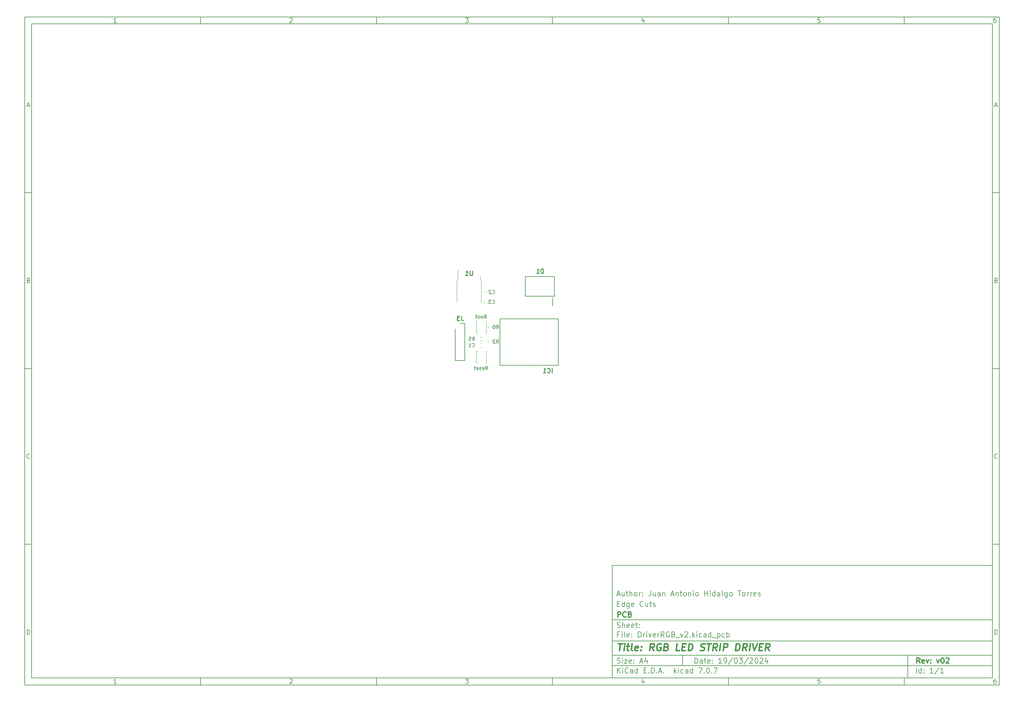
<source format=gbo>
%TF.GenerationSoftware,KiCad,Pcbnew,7.0.7*%
%TF.CreationDate,2024-06-25T18:17:05+02:00*%
%TF.ProjectId,DriverRGB_v2,44726976-6572-4524-9742-5f76322e6b69,v02*%
%TF.SameCoordinates,Original*%
%TF.FileFunction,Legend,Bot*%
%TF.FilePolarity,Positive*%
%FSLAX46Y46*%
G04 Gerber Fmt 4.6, Leading zero omitted, Abs format (unit mm)*
G04 Created by KiCad (PCBNEW 7.0.7) date 2024-06-25 18:17:05*
%MOMM*%
%LPD*%
G01*
G04 APERTURE LIST*
%ADD10C,0.100000*%
%ADD11C,0.150000*%
%ADD12C,0.300000*%
%ADD13C,0.400000*%
%ADD14C,0.200000*%
%ADD15C,0.254000*%
%ADD16C,0.120000*%
G04 APERTURE END LIST*
D10*
D11*
X177002200Y-166007200D02*
X285002200Y-166007200D01*
X285002200Y-198007200D01*
X177002200Y-198007200D01*
X177002200Y-166007200D01*
D10*
D11*
X10000000Y-10000000D02*
X287002200Y-10000000D01*
X287002200Y-200007200D01*
X10000000Y-200007200D01*
X10000000Y-10000000D01*
D10*
D11*
X12000000Y-12000000D02*
X285002200Y-12000000D01*
X285002200Y-198007200D01*
X12000000Y-198007200D01*
X12000000Y-12000000D01*
D10*
D11*
X60000000Y-12000000D02*
X60000000Y-10000000D01*
D10*
D11*
X110000000Y-12000000D02*
X110000000Y-10000000D01*
D10*
D11*
X160000000Y-12000000D02*
X160000000Y-10000000D01*
D10*
D11*
X210000000Y-12000000D02*
X210000000Y-10000000D01*
D10*
D11*
X260000000Y-12000000D02*
X260000000Y-10000000D01*
D10*
D11*
X36089160Y-11593604D02*
X35346303Y-11593604D01*
X35717731Y-11593604D02*
X35717731Y-10293604D01*
X35717731Y-10293604D02*
X35593922Y-10479319D01*
X35593922Y-10479319D02*
X35470112Y-10603128D01*
X35470112Y-10603128D02*
X35346303Y-10665033D01*
D10*
D11*
X85346303Y-10417414D02*
X85408207Y-10355509D01*
X85408207Y-10355509D02*
X85532017Y-10293604D01*
X85532017Y-10293604D02*
X85841541Y-10293604D01*
X85841541Y-10293604D02*
X85965350Y-10355509D01*
X85965350Y-10355509D02*
X86027255Y-10417414D01*
X86027255Y-10417414D02*
X86089160Y-10541223D01*
X86089160Y-10541223D02*
X86089160Y-10665033D01*
X86089160Y-10665033D02*
X86027255Y-10850747D01*
X86027255Y-10850747D02*
X85284398Y-11593604D01*
X85284398Y-11593604D02*
X86089160Y-11593604D01*
D10*
D11*
X135284398Y-10293604D02*
X136089160Y-10293604D01*
X136089160Y-10293604D02*
X135655826Y-10788842D01*
X135655826Y-10788842D02*
X135841541Y-10788842D01*
X135841541Y-10788842D02*
X135965350Y-10850747D01*
X135965350Y-10850747D02*
X136027255Y-10912652D01*
X136027255Y-10912652D02*
X136089160Y-11036461D01*
X136089160Y-11036461D02*
X136089160Y-11345985D01*
X136089160Y-11345985D02*
X136027255Y-11469795D01*
X136027255Y-11469795D02*
X135965350Y-11531700D01*
X135965350Y-11531700D02*
X135841541Y-11593604D01*
X135841541Y-11593604D02*
X135470112Y-11593604D01*
X135470112Y-11593604D02*
X135346303Y-11531700D01*
X135346303Y-11531700D02*
X135284398Y-11469795D01*
D10*
D11*
X185965350Y-10726938D02*
X185965350Y-11593604D01*
X185655826Y-10231700D02*
X185346303Y-11160271D01*
X185346303Y-11160271D02*
X186151064Y-11160271D01*
D10*
D11*
X236027255Y-10293604D02*
X235408207Y-10293604D01*
X235408207Y-10293604D02*
X235346303Y-10912652D01*
X235346303Y-10912652D02*
X235408207Y-10850747D01*
X235408207Y-10850747D02*
X235532017Y-10788842D01*
X235532017Y-10788842D02*
X235841541Y-10788842D01*
X235841541Y-10788842D02*
X235965350Y-10850747D01*
X235965350Y-10850747D02*
X236027255Y-10912652D01*
X236027255Y-10912652D02*
X236089160Y-11036461D01*
X236089160Y-11036461D02*
X236089160Y-11345985D01*
X236089160Y-11345985D02*
X236027255Y-11469795D01*
X236027255Y-11469795D02*
X235965350Y-11531700D01*
X235965350Y-11531700D02*
X235841541Y-11593604D01*
X235841541Y-11593604D02*
X235532017Y-11593604D01*
X235532017Y-11593604D02*
X235408207Y-11531700D01*
X235408207Y-11531700D02*
X235346303Y-11469795D01*
D10*
D11*
X285965350Y-10293604D02*
X285717731Y-10293604D01*
X285717731Y-10293604D02*
X285593922Y-10355509D01*
X285593922Y-10355509D02*
X285532017Y-10417414D01*
X285532017Y-10417414D02*
X285408207Y-10603128D01*
X285408207Y-10603128D02*
X285346303Y-10850747D01*
X285346303Y-10850747D02*
X285346303Y-11345985D01*
X285346303Y-11345985D02*
X285408207Y-11469795D01*
X285408207Y-11469795D02*
X285470112Y-11531700D01*
X285470112Y-11531700D02*
X285593922Y-11593604D01*
X285593922Y-11593604D02*
X285841541Y-11593604D01*
X285841541Y-11593604D02*
X285965350Y-11531700D01*
X285965350Y-11531700D02*
X286027255Y-11469795D01*
X286027255Y-11469795D02*
X286089160Y-11345985D01*
X286089160Y-11345985D02*
X286089160Y-11036461D01*
X286089160Y-11036461D02*
X286027255Y-10912652D01*
X286027255Y-10912652D02*
X285965350Y-10850747D01*
X285965350Y-10850747D02*
X285841541Y-10788842D01*
X285841541Y-10788842D02*
X285593922Y-10788842D01*
X285593922Y-10788842D02*
X285470112Y-10850747D01*
X285470112Y-10850747D02*
X285408207Y-10912652D01*
X285408207Y-10912652D02*
X285346303Y-11036461D01*
D10*
D11*
X60000000Y-198007200D02*
X60000000Y-200007200D01*
D10*
D11*
X110000000Y-198007200D02*
X110000000Y-200007200D01*
D10*
D11*
X160000000Y-198007200D02*
X160000000Y-200007200D01*
D10*
D11*
X210000000Y-198007200D02*
X210000000Y-200007200D01*
D10*
D11*
X260000000Y-198007200D02*
X260000000Y-200007200D01*
D10*
D11*
X36089160Y-199600804D02*
X35346303Y-199600804D01*
X35717731Y-199600804D02*
X35717731Y-198300804D01*
X35717731Y-198300804D02*
X35593922Y-198486519D01*
X35593922Y-198486519D02*
X35470112Y-198610328D01*
X35470112Y-198610328D02*
X35346303Y-198672233D01*
D10*
D11*
X85346303Y-198424614D02*
X85408207Y-198362709D01*
X85408207Y-198362709D02*
X85532017Y-198300804D01*
X85532017Y-198300804D02*
X85841541Y-198300804D01*
X85841541Y-198300804D02*
X85965350Y-198362709D01*
X85965350Y-198362709D02*
X86027255Y-198424614D01*
X86027255Y-198424614D02*
X86089160Y-198548423D01*
X86089160Y-198548423D02*
X86089160Y-198672233D01*
X86089160Y-198672233D02*
X86027255Y-198857947D01*
X86027255Y-198857947D02*
X85284398Y-199600804D01*
X85284398Y-199600804D02*
X86089160Y-199600804D01*
D10*
D11*
X135284398Y-198300804D02*
X136089160Y-198300804D01*
X136089160Y-198300804D02*
X135655826Y-198796042D01*
X135655826Y-198796042D02*
X135841541Y-198796042D01*
X135841541Y-198796042D02*
X135965350Y-198857947D01*
X135965350Y-198857947D02*
X136027255Y-198919852D01*
X136027255Y-198919852D02*
X136089160Y-199043661D01*
X136089160Y-199043661D02*
X136089160Y-199353185D01*
X136089160Y-199353185D02*
X136027255Y-199476995D01*
X136027255Y-199476995D02*
X135965350Y-199538900D01*
X135965350Y-199538900D02*
X135841541Y-199600804D01*
X135841541Y-199600804D02*
X135470112Y-199600804D01*
X135470112Y-199600804D02*
X135346303Y-199538900D01*
X135346303Y-199538900D02*
X135284398Y-199476995D01*
D10*
D11*
X185965350Y-198734138D02*
X185965350Y-199600804D01*
X185655826Y-198238900D02*
X185346303Y-199167471D01*
X185346303Y-199167471D02*
X186151064Y-199167471D01*
D10*
D11*
X236027255Y-198300804D02*
X235408207Y-198300804D01*
X235408207Y-198300804D02*
X235346303Y-198919852D01*
X235346303Y-198919852D02*
X235408207Y-198857947D01*
X235408207Y-198857947D02*
X235532017Y-198796042D01*
X235532017Y-198796042D02*
X235841541Y-198796042D01*
X235841541Y-198796042D02*
X235965350Y-198857947D01*
X235965350Y-198857947D02*
X236027255Y-198919852D01*
X236027255Y-198919852D02*
X236089160Y-199043661D01*
X236089160Y-199043661D02*
X236089160Y-199353185D01*
X236089160Y-199353185D02*
X236027255Y-199476995D01*
X236027255Y-199476995D02*
X235965350Y-199538900D01*
X235965350Y-199538900D02*
X235841541Y-199600804D01*
X235841541Y-199600804D02*
X235532017Y-199600804D01*
X235532017Y-199600804D02*
X235408207Y-199538900D01*
X235408207Y-199538900D02*
X235346303Y-199476995D01*
D10*
D11*
X285965350Y-198300804D02*
X285717731Y-198300804D01*
X285717731Y-198300804D02*
X285593922Y-198362709D01*
X285593922Y-198362709D02*
X285532017Y-198424614D01*
X285532017Y-198424614D02*
X285408207Y-198610328D01*
X285408207Y-198610328D02*
X285346303Y-198857947D01*
X285346303Y-198857947D02*
X285346303Y-199353185D01*
X285346303Y-199353185D02*
X285408207Y-199476995D01*
X285408207Y-199476995D02*
X285470112Y-199538900D01*
X285470112Y-199538900D02*
X285593922Y-199600804D01*
X285593922Y-199600804D02*
X285841541Y-199600804D01*
X285841541Y-199600804D02*
X285965350Y-199538900D01*
X285965350Y-199538900D02*
X286027255Y-199476995D01*
X286027255Y-199476995D02*
X286089160Y-199353185D01*
X286089160Y-199353185D02*
X286089160Y-199043661D01*
X286089160Y-199043661D02*
X286027255Y-198919852D01*
X286027255Y-198919852D02*
X285965350Y-198857947D01*
X285965350Y-198857947D02*
X285841541Y-198796042D01*
X285841541Y-198796042D02*
X285593922Y-198796042D01*
X285593922Y-198796042D02*
X285470112Y-198857947D01*
X285470112Y-198857947D02*
X285408207Y-198919852D01*
X285408207Y-198919852D02*
X285346303Y-199043661D01*
D10*
D11*
X10000000Y-60000000D02*
X12000000Y-60000000D01*
D10*
D11*
X10000000Y-110000000D02*
X12000000Y-110000000D01*
D10*
D11*
X10000000Y-160000000D02*
X12000000Y-160000000D01*
D10*
D11*
X10690476Y-35222176D02*
X11309523Y-35222176D01*
X10566666Y-35593604D02*
X10999999Y-34293604D01*
X10999999Y-34293604D02*
X11433333Y-35593604D01*
D10*
D11*
X11092857Y-84912652D02*
X11278571Y-84974557D01*
X11278571Y-84974557D02*
X11340476Y-85036461D01*
X11340476Y-85036461D02*
X11402380Y-85160271D01*
X11402380Y-85160271D02*
X11402380Y-85345985D01*
X11402380Y-85345985D02*
X11340476Y-85469795D01*
X11340476Y-85469795D02*
X11278571Y-85531700D01*
X11278571Y-85531700D02*
X11154761Y-85593604D01*
X11154761Y-85593604D02*
X10659523Y-85593604D01*
X10659523Y-85593604D02*
X10659523Y-84293604D01*
X10659523Y-84293604D02*
X11092857Y-84293604D01*
X11092857Y-84293604D02*
X11216666Y-84355509D01*
X11216666Y-84355509D02*
X11278571Y-84417414D01*
X11278571Y-84417414D02*
X11340476Y-84541223D01*
X11340476Y-84541223D02*
X11340476Y-84665033D01*
X11340476Y-84665033D02*
X11278571Y-84788842D01*
X11278571Y-84788842D02*
X11216666Y-84850747D01*
X11216666Y-84850747D02*
X11092857Y-84912652D01*
X11092857Y-84912652D02*
X10659523Y-84912652D01*
D10*
D11*
X11402380Y-135469795D02*
X11340476Y-135531700D01*
X11340476Y-135531700D02*
X11154761Y-135593604D01*
X11154761Y-135593604D02*
X11030952Y-135593604D01*
X11030952Y-135593604D02*
X10845238Y-135531700D01*
X10845238Y-135531700D02*
X10721428Y-135407890D01*
X10721428Y-135407890D02*
X10659523Y-135284080D01*
X10659523Y-135284080D02*
X10597619Y-135036461D01*
X10597619Y-135036461D02*
X10597619Y-134850747D01*
X10597619Y-134850747D02*
X10659523Y-134603128D01*
X10659523Y-134603128D02*
X10721428Y-134479319D01*
X10721428Y-134479319D02*
X10845238Y-134355509D01*
X10845238Y-134355509D02*
X11030952Y-134293604D01*
X11030952Y-134293604D02*
X11154761Y-134293604D01*
X11154761Y-134293604D02*
X11340476Y-134355509D01*
X11340476Y-134355509D02*
X11402380Y-134417414D01*
D10*
D11*
X10659523Y-185593604D02*
X10659523Y-184293604D01*
X10659523Y-184293604D02*
X10969047Y-184293604D01*
X10969047Y-184293604D02*
X11154761Y-184355509D01*
X11154761Y-184355509D02*
X11278571Y-184479319D01*
X11278571Y-184479319D02*
X11340476Y-184603128D01*
X11340476Y-184603128D02*
X11402380Y-184850747D01*
X11402380Y-184850747D02*
X11402380Y-185036461D01*
X11402380Y-185036461D02*
X11340476Y-185284080D01*
X11340476Y-185284080D02*
X11278571Y-185407890D01*
X11278571Y-185407890D02*
X11154761Y-185531700D01*
X11154761Y-185531700D02*
X10969047Y-185593604D01*
X10969047Y-185593604D02*
X10659523Y-185593604D01*
D10*
D11*
X287002200Y-60000000D02*
X285002200Y-60000000D01*
D10*
D11*
X287002200Y-110000000D02*
X285002200Y-110000000D01*
D10*
D11*
X287002200Y-160000000D02*
X285002200Y-160000000D01*
D10*
D11*
X285692676Y-35222176D02*
X286311723Y-35222176D01*
X285568866Y-35593604D02*
X286002199Y-34293604D01*
X286002199Y-34293604D02*
X286435533Y-35593604D01*
D10*
D11*
X286095057Y-84912652D02*
X286280771Y-84974557D01*
X286280771Y-84974557D02*
X286342676Y-85036461D01*
X286342676Y-85036461D02*
X286404580Y-85160271D01*
X286404580Y-85160271D02*
X286404580Y-85345985D01*
X286404580Y-85345985D02*
X286342676Y-85469795D01*
X286342676Y-85469795D02*
X286280771Y-85531700D01*
X286280771Y-85531700D02*
X286156961Y-85593604D01*
X286156961Y-85593604D02*
X285661723Y-85593604D01*
X285661723Y-85593604D02*
X285661723Y-84293604D01*
X285661723Y-84293604D02*
X286095057Y-84293604D01*
X286095057Y-84293604D02*
X286218866Y-84355509D01*
X286218866Y-84355509D02*
X286280771Y-84417414D01*
X286280771Y-84417414D02*
X286342676Y-84541223D01*
X286342676Y-84541223D02*
X286342676Y-84665033D01*
X286342676Y-84665033D02*
X286280771Y-84788842D01*
X286280771Y-84788842D02*
X286218866Y-84850747D01*
X286218866Y-84850747D02*
X286095057Y-84912652D01*
X286095057Y-84912652D02*
X285661723Y-84912652D01*
D10*
D11*
X286404580Y-135469795D02*
X286342676Y-135531700D01*
X286342676Y-135531700D02*
X286156961Y-135593604D01*
X286156961Y-135593604D02*
X286033152Y-135593604D01*
X286033152Y-135593604D02*
X285847438Y-135531700D01*
X285847438Y-135531700D02*
X285723628Y-135407890D01*
X285723628Y-135407890D02*
X285661723Y-135284080D01*
X285661723Y-135284080D02*
X285599819Y-135036461D01*
X285599819Y-135036461D02*
X285599819Y-134850747D01*
X285599819Y-134850747D02*
X285661723Y-134603128D01*
X285661723Y-134603128D02*
X285723628Y-134479319D01*
X285723628Y-134479319D02*
X285847438Y-134355509D01*
X285847438Y-134355509D02*
X286033152Y-134293604D01*
X286033152Y-134293604D02*
X286156961Y-134293604D01*
X286156961Y-134293604D02*
X286342676Y-134355509D01*
X286342676Y-134355509D02*
X286404580Y-134417414D01*
D10*
D11*
X285661723Y-185593604D02*
X285661723Y-184293604D01*
X285661723Y-184293604D02*
X285971247Y-184293604D01*
X285971247Y-184293604D02*
X286156961Y-184355509D01*
X286156961Y-184355509D02*
X286280771Y-184479319D01*
X286280771Y-184479319D02*
X286342676Y-184603128D01*
X286342676Y-184603128D02*
X286404580Y-184850747D01*
X286404580Y-184850747D02*
X286404580Y-185036461D01*
X286404580Y-185036461D02*
X286342676Y-185284080D01*
X286342676Y-185284080D02*
X286280771Y-185407890D01*
X286280771Y-185407890D02*
X286156961Y-185531700D01*
X286156961Y-185531700D02*
X285971247Y-185593604D01*
X285971247Y-185593604D02*
X285661723Y-185593604D01*
D10*
D11*
X200458026Y-193793328D02*
X200458026Y-192293328D01*
X200458026Y-192293328D02*
X200815169Y-192293328D01*
X200815169Y-192293328D02*
X201029455Y-192364757D01*
X201029455Y-192364757D02*
X201172312Y-192507614D01*
X201172312Y-192507614D02*
X201243741Y-192650471D01*
X201243741Y-192650471D02*
X201315169Y-192936185D01*
X201315169Y-192936185D02*
X201315169Y-193150471D01*
X201315169Y-193150471D02*
X201243741Y-193436185D01*
X201243741Y-193436185D02*
X201172312Y-193579042D01*
X201172312Y-193579042D02*
X201029455Y-193721900D01*
X201029455Y-193721900D02*
X200815169Y-193793328D01*
X200815169Y-193793328D02*
X200458026Y-193793328D01*
X202600884Y-193793328D02*
X202600884Y-193007614D01*
X202600884Y-193007614D02*
X202529455Y-192864757D01*
X202529455Y-192864757D02*
X202386598Y-192793328D01*
X202386598Y-192793328D02*
X202100884Y-192793328D01*
X202100884Y-192793328D02*
X201958026Y-192864757D01*
X202600884Y-193721900D02*
X202458026Y-193793328D01*
X202458026Y-193793328D02*
X202100884Y-193793328D01*
X202100884Y-193793328D02*
X201958026Y-193721900D01*
X201958026Y-193721900D02*
X201886598Y-193579042D01*
X201886598Y-193579042D02*
X201886598Y-193436185D01*
X201886598Y-193436185D02*
X201958026Y-193293328D01*
X201958026Y-193293328D02*
X202100884Y-193221900D01*
X202100884Y-193221900D02*
X202458026Y-193221900D01*
X202458026Y-193221900D02*
X202600884Y-193150471D01*
X203100884Y-192793328D02*
X203672312Y-192793328D01*
X203315169Y-192293328D02*
X203315169Y-193579042D01*
X203315169Y-193579042D02*
X203386598Y-193721900D01*
X203386598Y-193721900D02*
X203529455Y-193793328D01*
X203529455Y-193793328D02*
X203672312Y-193793328D01*
X204743741Y-193721900D02*
X204600884Y-193793328D01*
X204600884Y-193793328D02*
X204315170Y-193793328D01*
X204315170Y-193793328D02*
X204172312Y-193721900D01*
X204172312Y-193721900D02*
X204100884Y-193579042D01*
X204100884Y-193579042D02*
X204100884Y-193007614D01*
X204100884Y-193007614D02*
X204172312Y-192864757D01*
X204172312Y-192864757D02*
X204315170Y-192793328D01*
X204315170Y-192793328D02*
X204600884Y-192793328D01*
X204600884Y-192793328D02*
X204743741Y-192864757D01*
X204743741Y-192864757D02*
X204815170Y-193007614D01*
X204815170Y-193007614D02*
X204815170Y-193150471D01*
X204815170Y-193150471D02*
X204100884Y-193293328D01*
X205458026Y-193650471D02*
X205529455Y-193721900D01*
X205529455Y-193721900D02*
X205458026Y-193793328D01*
X205458026Y-193793328D02*
X205386598Y-193721900D01*
X205386598Y-193721900D02*
X205458026Y-193650471D01*
X205458026Y-193650471D02*
X205458026Y-193793328D01*
X205458026Y-192864757D02*
X205529455Y-192936185D01*
X205529455Y-192936185D02*
X205458026Y-193007614D01*
X205458026Y-193007614D02*
X205386598Y-192936185D01*
X205386598Y-192936185D02*
X205458026Y-192864757D01*
X205458026Y-192864757D02*
X205458026Y-193007614D01*
X208100884Y-193793328D02*
X207243741Y-193793328D01*
X207672312Y-193793328D02*
X207672312Y-192293328D01*
X207672312Y-192293328D02*
X207529455Y-192507614D01*
X207529455Y-192507614D02*
X207386598Y-192650471D01*
X207386598Y-192650471D02*
X207243741Y-192721900D01*
X208815169Y-193793328D02*
X209100883Y-193793328D01*
X209100883Y-193793328D02*
X209243740Y-193721900D01*
X209243740Y-193721900D02*
X209315169Y-193650471D01*
X209315169Y-193650471D02*
X209458026Y-193436185D01*
X209458026Y-193436185D02*
X209529455Y-193150471D01*
X209529455Y-193150471D02*
X209529455Y-192579042D01*
X209529455Y-192579042D02*
X209458026Y-192436185D01*
X209458026Y-192436185D02*
X209386598Y-192364757D01*
X209386598Y-192364757D02*
X209243740Y-192293328D01*
X209243740Y-192293328D02*
X208958026Y-192293328D01*
X208958026Y-192293328D02*
X208815169Y-192364757D01*
X208815169Y-192364757D02*
X208743740Y-192436185D01*
X208743740Y-192436185D02*
X208672312Y-192579042D01*
X208672312Y-192579042D02*
X208672312Y-192936185D01*
X208672312Y-192936185D02*
X208743740Y-193079042D01*
X208743740Y-193079042D02*
X208815169Y-193150471D01*
X208815169Y-193150471D02*
X208958026Y-193221900D01*
X208958026Y-193221900D02*
X209243740Y-193221900D01*
X209243740Y-193221900D02*
X209386598Y-193150471D01*
X209386598Y-193150471D02*
X209458026Y-193079042D01*
X209458026Y-193079042D02*
X209529455Y-192936185D01*
X211243740Y-192221900D02*
X209958026Y-194150471D01*
X212029455Y-192293328D02*
X212172312Y-192293328D01*
X212172312Y-192293328D02*
X212315169Y-192364757D01*
X212315169Y-192364757D02*
X212386598Y-192436185D01*
X212386598Y-192436185D02*
X212458026Y-192579042D01*
X212458026Y-192579042D02*
X212529455Y-192864757D01*
X212529455Y-192864757D02*
X212529455Y-193221900D01*
X212529455Y-193221900D02*
X212458026Y-193507614D01*
X212458026Y-193507614D02*
X212386598Y-193650471D01*
X212386598Y-193650471D02*
X212315169Y-193721900D01*
X212315169Y-193721900D02*
X212172312Y-193793328D01*
X212172312Y-193793328D02*
X212029455Y-193793328D01*
X212029455Y-193793328D02*
X211886598Y-193721900D01*
X211886598Y-193721900D02*
X211815169Y-193650471D01*
X211815169Y-193650471D02*
X211743740Y-193507614D01*
X211743740Y-193507614D02*
X211672312Y-193221900D01*
X211672312Y-193221900D02*
X211672312Y-192864757D01*
X211672312Y-192864757D02*
X211743740Y-192579042D01*
X211743740Y-192579042D02*
X211815169Y-192436185D01*
X211815169Y-192436185D02*
X211886598Y-192364757D01*
X211886598Y-192364757D02*
X212029455Y-192293328D01*
X213029454Y-192293328D02*
X213958026Y-192293328D01*
X213958026Y-192293328D02*
X213458026Y-192864757D01*
X213458026Y-192864757D02*
X213672311Y-192864757D01*
X213672311Y-192864757D02*
X213815169Y-192936185D01*
X213815169Y-192936185D02*
X213886597Y-193007614D01*
X213886597Y-193007614D02*
X213958026Y-193150471D01*
X213958026Y-193150471D02*
X213958026Y-193507614D01*
X213958026Y-193507614D02*
X213886597Y-193650471D01*
X213886597Y-193650471D02*
X213815169Y-193721900D01*
X213815169Y-193721900D02*
X213672311Y-193793328D01*
X213672311Y-193793328D02*
X213243740Y-193793328D01*
X213243740Y-193793328D02*
X213100883Y-193721900D01*
X213100883Y-193721900D02*
X213029454Y-193650471D01*
X215672311Y-192221900D02*
X214386597Y-194150471D01*
X216100883Y-192436185D02*
X216172311Y-192364757D01*
X216172311Y-192364757D02*
X216315169Y-192293328D01*
X216315169Y-192293328D02*
X216672311Y-192293328D01*
X216672311Y-192293328D02*
X216815169Y-192364757D01*
X216815169Y-192364757D02*
X216886597Y-192436185D01*
X216886597Y-192436185D02*
X216958026Y-192579042D01*
X216958026Y-192579042D02*
X216958026Y-192721900D01*
X216958026Y-192721900D02*
X216886597Y-192936185D01*
X216886597Y-192936185D02*
X216029454Y-193793328D01*
X216029454Y-193793328D02*
X216958026Y-193793328D01*
X217886597Y-192293328D02*
X218029454Y-192293328D01*
X218029454Y-192293328D02*
X218172311Y-192364757D01*
X218172311Y-192364757D02*
X218243740Y-192436185D01*
X218243740Y-192436185D02*
X218315168Y-192579042D01*
X218315168Y-192579042D02*
X218386597Y-192864757D01*
X218386597Y-192864757D02*
X218386597Y-193221900D01*
X218386597Y-193221900D02*
X218315168Y-193507614D01*
X218315168Y-193507614D02*
X218243740Y-193650471D01*
X218243740Y-193650471D02*
X218172311Y-193721900D01*
X218172311Y-193721900D02*
X218029454Y-193793328D01*
X218029454Y-193793328D02*
X217886597Y-193793328D01*
X217886597Y-193793328D02*
X217743740Y-193721900D01*
X217743740Y-193721900D02*
X217672311Y-193650471D01*
X217672311Y-193650471D02*
X217600882Y-193507614D01*
X217600882Y-193507614D02*
X217529454Y-193221900D01*
X217529454Y-193221900D02*
X217529454Y-192864757D01*
X217529454Y-192864757D02*
X217600882Y-192579042D01*
X217600882Y-192579042D02*
X217672311Y-192436185D01*
X217672311Y-192436185D02*
X217743740Y-192364757D01*
X217743740Y-192364757D02*
X217886597Y-192293328D01*
X218958025Y-192436185D02*
X219029453Y-192364757D01*
X219029453Y-192364757D02*
X219172311Y-192293328D01*
X219172311Y-192293328D02*
X219529453Y-192293328D01*
X219529453Y-192293328D02*
X219672311Y-192364757D01*
X219672311Y-192364757D02*
X219743739Y-192436185D01*
X219743739Y-192436185D02*
X219815168Y-192579042D01*
X219815168Y-192579042D02*
X219815168Y-192721900D01*
X219815168Y-192721900D02*
X219743739Y-192936185D01*
X219743739Y-192936185D02*
X218886596Y-193793328D01*
X218886596Y-193793328D02*
X219815168Y-193793328D01*
X221100882Y-192793328D02*
X221100882Y-193793328D01*
X220743739Y-192221900D02*
X220386596Y-193293328D01*
X220386596Y-193293328D02*
X221315167Y-193293328D01*
D10*
D11*
X177002200Y-194507200D02*
X285002200Y-194507200D01*
D10*
D11*
X178458026Y-196593328D02*
X178458026Y-195093328D01*
X179315169Y-196593328D02*
X178672312Y-195736185D01*
X179315169Y-195093328D02*
X178458026Y-195950471D01*
X179958026Y-196593328D02*
X179958026Y-195593328D01*
X179958026Y-195093328D02*
X179886598Y-195164757D01*
X179886598Y-195164757D02*
X179958026Y-195236185D01*
X179958026Y-195236185D02*
X180029455Y-195164757D01*
X180029455Y-195164757D02*
X179958026Y-195093328D01*
X179958026Y-195093328D02*
X179958026Y-195236185D01*
X181529455Y-196450471D02*
X181458027Y-196521900D01*
X181458027Y-196521900D02*
X181243741Y-196593328D01*
X181243741Y-196593328D02*
X181100884Y-196593328D01*
X181100884Y-196593328D02*
X180886598Y-196521900D01*
X180886598Y-196521900D02*
X180743741Y-196379042D01*
X180743741Y-196379042D02*
X180672312Y-196236185D01*
X180672312Y-196236185D02*
X180600884Y-195950471D01*
X180600884Y-195950471D02*
X180600884Y-195736185D01*
X180600884Y-195736185D02*
X180672312Y-195450471D01*
X180672312Y-195450471D02*
X180743741Y-195307614D01*
X180743741Y-195307614D02*
X180886598Y-195164757D01*
X180886598Y-195164757D02*
X181100884Y-195093328D01*
X181100884Y-195093328D02*
X181243741Y-195093328D01*
X181243741Y-195093328D02*
X181458027Y-195164757D01*
X181458027Y-195164757D02*
X181529455Y-195236185D01*
X182815170Y-196593328D02*
X182815170Y-195807614D01*
X182815170Y-195807614D02*
X182743741Y-195664757D01*
X182743741Y-195664757D02*
X182600884Y-195593328D01*
X182600884Y-195593328D02*
X182315170Y-195593328D01*
X182315170Y-195593328D02*
X182172312Y-195664757D01*
X182815170Y-196521900D02*
X182672312Y-196593328D01*
X182672312Y-196593328D02*
X182315170Y-196593328D01*
X182315170Y-196593328D02*
X182172312Y-196521900D01*
X182172312Y-196521900D02*
X182100884Y-196379042D01*
X182100884Y-196379042D02*
X182100884Y-196236185D01*
X182100884Y-196236185D02*
X182172312Y-196093328D01*
X182172312Y-196093328D02*
X182315170Y-196021900D01*
X182315170Y-196021900D02*
X182672312Y-196021900D01*
X182672312Y-196021900D02*
X182815170Y-195950471D01*
X184172313Y-196593328D02*
X184172313Y-195093328D01*
X184172313Y-196521900D02*
X184029455Y-196593328D01*
X184029455Y-196593328D02*
X183743741Y-196593328D01*
X183743741Y-196593328D02*
X183600884Y-196521900D01*
X183600884Y-196521900D02*
X183529455Y-196450471D01*
X183529455Y-196450471D02*
X183458027Y-196307614D01*
X183458027Y-196307614D02*
X183458027Y-195879042D01*
X183458027Y-195879042D02*
X183529455Y-195736185D01*
X183529455Y-195736185D02*
X183600884Y-195664757D01*
X183600884Y-195664757D02*
X183743741Y-195593328D01*
X183743741Y-195593328D02*
X184029455Y-195593328D01*
X184029455Y-195593328D02*
X184172313Y-195664757D01*
X186029455Y-195807614D02*
X186529455Y-195807614D01*
X186743741Y-196593328D02*
X186029455Y-196593328D01*
X186029455Y-196593328D02*
X186029455Y-195093328D01*
X186029455Y-195093328D02*
X186743741Y-195093328D01*
X187386598Y-196450471D02*
X187458027Y-196521900D01*
X187458027Y-196521900D02*
X187386598Y-196593328D01*
X187386598Y-196593328D02*
X187315170Y-196521900D01*
X187315170Y-196521900D02*
X187386598Y-196450471D01*
X187386598Y-196450471D02*
X187386598Y-196593328D01*
X188100884Y-196593328D02*
X188100884Y-195093328D01*
X188100884Y-195093328D02*
X188458027Y-195093328D01*
X188458027Y-195093328D02*
X188672313Y-195164757D01*
X188672313Y-195164757D02*
X188815170Y-195307614D01*
X188815170Y-195307614D02*
X188886599Y-195450471D01*
X188886599Y-195450471D02*
X188958027Y-195736185D01*
X188958027Y-195736185D02*
X188958027Y-195950471D01*
X188958027Y-195950471D02*
X188886599Y-196236185D01*
X188886599Y-196236185D02*
X188815170Y-196379042D01*
X188815170Y-196379042D02*
X188672313Y-196521900D01*
X188672313Y-196521900D02*
X188458027Y-196593328D01*
X188458027Y-196593328D02*
X188100884Y-196593328D01*
X189600884Y-196450471D02*
X189672313Y-196521900D01*
X189672313Y-196521900D02*
X189600884Y-196593328D01*
X189600884Y-196593328D02*
X189529456Y-196521900D01*
X189529456Y-196521900D02*
X189600884Y-196450471D01*
X189600884Y-196450471D02*
X189600884Y-196593328D01*
X190243742Y-196164757D02*
X190958028Y-196164757D01*
X190100885Y-196593328D02*
X190600885Y-195093328D01*
X190600885Y-195093328D02*
X191100885Y-196593328D01*
X191600884Y-196450471D02*
X191672313Y-196521900D01*
X191672313Y-196521900D02*
X191600884Y-196593328D01*
X191600884Y-196593328D02*
X191529456Y-196521900D01*
X191529456Y-196521900D02*
X191600884Y-196450471D01*
X191600884Y-196450471D02*
X191600884Y-196593328D01*
X194600884Y-196593328D02*
X194600884Y-195093328D01*
X194743742Y-196021900D02*
X195172313Y-196593328D01*
X195172313Y-195593328D02*
X194600884Y-196164757D01*
X195815170Y-196593328D02*
X195815170Y-195593328D01*
X195815170Y-195093328D02*
X195743742Y-195164757D01*
X195743742Y-195164757D02*
X195815170Y-195236185D01*
X195815170Y-195236185D02*
X195886599Y-195164757D01*
X195886599Y-195164757D02*
X195815170Y-195093328D01*
X195815170Y-195093328D02*
X195815170Y-195236185D01*
X197172314Y-196521900D02*
X197029456Y-196593328D01*
X197029456Y-196593328D02*
X196743742Y-196593328D01*
X196743742Y-196593328D02*
X196600885Y-196521900D01*
X196600885Y-196521900D02*
X196529456Y-196450471D01*
X196529456Y-196450471D02*
X196458028Y-196307614D01*
X196458028Y-196307614D02*
X196458028Y-195879042D01*
X196458028Y-195879042D02*
X196529456Y-195736185D01*
X196529456Y-195736185D02*
X196600885Y-195664757D01*
X196600885Y-195664757D02*
X196743742Y-195593328D01*
X196743742Y-195593328D02*
X197029456Y-195593328D01*
X197029456Y-195593328D02*
X197172314Y-195664757D01*
X198458028Y-196593328D02*
X198458028Y-195807614D01*
X198458028Y-195807614D02*
X198386599Y-195664757D01*
X198386599Y-195664757D02*
X198243742Y-195593328D01*
X198243742Y-195593328D02*
X197958028Y-195593328D01*
X197958028Y-195593328D02*
X197815170Y-195664757D01*
X198458028Y-196521900D02*
X198315170Y-196593328D01*
X198315170Y-196593328D02*
X197958028Y-196593328D01*
X197958028Y-196593328D02*
X197815170Y-196521900D01*
X197815170Y-196521900D02*
X197743742Y-196379042D01*
X197743742Y-196379042D02*
X197743742Y-196236185D01*
X197743742Y-196236185D02*
X197815170Y-196093328D01*
X197815170Y-196093328D02*
X197958028Y-196021900D01*
X197958028Y-196021900D02*
X198315170Y-196021900D01*
X198315170Y-196021900D02*
X198458028Y-195950471D01*
X199815171Y-196593328D02*
X199815171Y-195093328D01*
X199815171Y-196521900D02*
X199672313Y-196593328D01*
X199672313Y-196593328D02*
X199386599Y-196593328D01*
X199386599Y-196593328D02*
X199243742Y-196521900D01*
X199243742Y-196521900D02*
X199172313Y-196450471D01*
X199172313Y-196450471D02*
X199100885Y-196307614D01*
X199100885Y-196307614D02*
X199100885Y-195879042D01*
X199100885Y-195879042D02*
X199172313Y-195736185D01*
X199172313Y-195736185D02*
X199243742Y-195664757D01*
X199243742Y-195664757D02*
X199386599Y-195593328D01*
X199386599Y-195593328D02*
X199672313Y-195593328D01*
X199672313Y-195593328D02*
X199815171Y-195664757D01*
X201529456Y-195093328D02*
X202529456Y-195093328D01*
X202529456Y-195093328D02*
X201886599Y-196593328D01*
X203100884Y-196450471D02*
X203172313Y-196521900D01*
X203172313Y-196521900D02*
X203100884Y-196593328D01*
X203100884Y-196593328D02*
X203029456Y-196521900D01*
X203029456Y-196521900D02*
X203100884Y-196450471D01*
X203100884Y-196450471D02*
X203100884Y-196593328D01*
X204100885Y-195093328D02*
X204243742Y-195093328D01*
X204243742Y-195093328D02*
X204386599Y-195164757D01*
X204386599Y-195164757D02*
X204458028Y-195236185D01*
X204458028Y-195236185D02*
X204529456Y-195379042D01*
X204529456Y-195379042D02*
X204600885Y-195664757D01*
X204600885Y-195664757D02*
X204600885Y-196021900D01*
X204600885Y-196021900D02*
X204529456Y-196307614D01*
X204529456Y-196307614D02*
X204458028Y-196450471D01*
X204458028Y-196450471D02*
X204386599Y-196521900D01*
X204386599Y-196521900D02*
X204243742Y-196593328D01*
X204243742Y-196593328D02*
X204100885Y-196593328D01*
X204100885Y-196593328D02*
X203958028Y-196521900D01*
X203958028Y-196521900D02*
X203886599Y-196450471D01*
X203886599Y-196450471D02*
X203815170Y-196307614D01*
X203815170Y-196307614D02*
X203743742Y-196021900D01*
X203743742Y-196021900D02*
X203743742Y-195664757D01*
X203743742Y-195664757D02*
X203815170Y-195379042D01*
X203815170Y-195379042D02*
X203886599Y-195236185D01*
X203886599Y-195236185D02*
X203958028Y-195164757D01*
X203958028Y-195164757D02*
X204100885Y-195093328D01*
X205243741Y-196450471D02*
X205315170Y-196521900D01*
X205315170Y-196521900D02*
X205243741Y-196593328D01*
X205243741Y-196593328D02*
X205172313Y-196521900D01*
X205172313Y-196521900D02*
X205243741Y-196450471D01*
X205243741Y-196450471D02*
X205243741Y-196593328D01*
X205815170Y-195093328D02*
X206815170Y-195093328D01*
X206815170Y-195093328D02*
X206172313Y-196593328D01*
D10*
D11*
X177002200Y-191507200D02*
X285002200Y-191507200D01*
D10*
D12*
X264413853Y-193785528D02*
X263913853Y-193071242D01*
X263556710Y-193785528D02*
X263556710Y-192285528D01*
X263556710Y-192285528D02*
X264128139Y-192285528D01*
X264128139Y-192285528D02*
X264270996Y-192356957D01*
X264270996Y-192356957D02*
X264342425Y-192428385D01*
X264342425Y-192428385D02*
X264413853Y-192571242D01*
X264413853Y-192571242D02*
X264413853Y-192785528D01*
X264413853Y-192785528D02*
X264342425Y-192928385D01*
X264342425Y-192928385D02*
X264270996Y-192999814D01*
X264270996Y-192999814D02*
X264128139Y-193071242D01*
X264128139Y-193071242D02*
X263556710Y-193071242D01*
X265628139Y-193714100D02*
X265485282Y-193785528D01*
X265485282Y-193785528D02*
X265199568Y-193785528D01*
X265199568Y-193785528D02*
X265056710Y-193714100D01*
X265056710Y-193714100D02*
X264985282Y-193571242D01*
X264985282Y-193571242D02*
X264985282Y-192999814D01*
X264985282Y-192999814D02*
X265056710Y-192856957D01*
X265056710Y-192856957D02*
X265199568Y-192785528D01*
X265199568Y-192785528D02*
X265485282Y-192785528D01*
X265485282Y-192785528D02*
X265628139Y-192856957D01*
X265628139Y-192856957D02*
X265699568Y-192999814D01*
X265699568Y-192999814D02*
X265699568Y-193142671D01*
X265699568Y-193142671D02*
X264985282Y-193285528D01*
X266199567Y-192785528D02*
X266556710Y-193785528D01*
X266556710Y-193785528D02*
X266913853Y-192785528D01*
X267485281Y-193642671D02*
X267556710Y-193714100D01*
X267556710Y-193714100D02*
X267485281Y-193785528D01*
X267485281Y-193785528D02*
X267413853Y-193714100D01*
X267413853Y-193714100D02*
X267485281Y-193642671D01*
X267485281Y-193642671D02*
X267485281Y-193785528D01*
X267485281Y-192856957D02*
X267556710Y-192928385D01*
X267556710Y-192928385D02*
X267485281Y-192999814D01*
X267485281Y-192999814D02*
X267413853Y-192928385D01*
X267413853Y-192928385D02*
X267485281Y-192856957D01*
X267485281Y-192856957D02*
X267485281Y-192999814D01*
X269199567Y-192785528D02*
X269556710Y-193785528D01*
X269556710Y-193785528D02*
X269913853Y-192785528D01*
X270770996Y-192285528D02*
X270913853Y-192285528D01*
X270913853Y-192285528D02*
X271056710Y-192356957D01*
X271056710Y-192356957D02*
X271128139Y-192428385D01*
X271128139Y-192428385D02*
X271199567Y-192571242D01*
X271199567Y-192571242D02*
X271270996Y-192856957D01*
X271270996Y-192856957D02*
X271270996Y-193214100D01*
X271270996Y-193214100D02*
X271199567Y-193499814D01*
X271199567Y-193499814D02*
X271128139Y-193642671D01*
X271128139Y-193642671D02*
X271056710Y-193714100D01*
X271056710Y-193714100D02*
X270913853Y-193785528D01*
X270913853Y-193785528D02*
X270770996Y-193785528D01*
X270770996Y-193785528D02*
X270628139Y-193714100D01*
X270628139Y-193714100D02*
X270556710Y-193642671D01*
X270556710Y-193642671D02*
X270485281Y-193499814D01*
X270485281Y-193499814D02*
X270413853Y-193214100D01*
X270413853Y-193214100D02*
X270413853Y-192856957D01*
X270413853Y-192856957D02*
X270485281Y-192571242D01*
X270485281Y-192571242D02*
X270556710Y-192428385D01*
X270556710Y-192428385D02*
X270628139Y-192356957D01*
X270628139Y-192356957D02*
X270770996Y-192285528D01*
X271842424Y-192428385D02*
X271913852Y-192356957D01*
X271913852Y-192356957D02*
X272056710Y-192285528D01*
X272056710Y-192285528D02*
X272413852Y-192285528D01*
X272413852Y-192285528D02*
X272556710Y-192356957D01*
X272556710Y-192356957D02*
X272628138Y-192428385D01*
X272628138Y-192428385D02*
X272699567Y-192571242D01*
X272699567Y-192571242D02*
X272699567Y-192714100D01*
X272699567Y-192714100D02*
X272628138Y-192928385D01*
X272628138Y-192928385D02*
X271770995Y-193785528D01*
X271770995Y-193785528D02*
X272699567Y-193785528D01*
D10*
D11*
X178386598Y-193721900D02*
X178600884Y-193793328D01*
X178600884Y-193793328D02*
X178958026Y-193793328D01*
X178958026Y-193793328D02*
X179100884Y-193721900D01*
X179100884Y-193721900D02*
X179172312Y-193650471D01*
X179172312Y-193650471D02*
X179243741Y-193507614D01*
X179243741Y-193507614D02*
X179243741Y-193364757D01*
X179243741Y-193364757D02*
X179172312Y-193221900D01*
X179172312Y-193221900D02*
X179100884Y-193150471D01*
X179100884Y-193150471D02*
X178958026Y-193079042D01*
X178958026Y-193079042D02*
X178672312Y-193007614D01*
X178672312Y-193007614D02*
X178529455Y-192936185D01*
X178529455Y-192936185D02*
X178458026Y-192864757D01*
X178458026Y-192864757D02*
X178386598Y-192721900D01*
X178386598Y-192721900D02*
X178386598Y-192579042D01*
X178386598Y-192579042D02*
X178458026Y-192436185D01*
X178458026Y-192436185D02*
X178529455Y-192364757D01*
X178529455Y-192364757D02*
X178672312Y-192293328D01*
X178672312Y-192293328D02*
X179029455Y-192293328D01*
X179029455Y-192293328D02*
X179243741Y-192364757D01*
X179886597Y-193793328D02*
X179886597Y-192793328D01*
X179886597Y-192293328D02*
X179815169Y-192364757D01*
X179815169Y-192364757D02*
X179886597Y-192436185D01*
X179886597Y-192436185D02*
X179958026Y-192364757D01*
X179958026Y-192364757D02*
X179886597Y-192293328D01*
X179886597Y-192293328D02*
X179886597Y-192436185D01*
X180458026Y-192793328D02*
X181243741Y-192793328D01*
X181243741Y-192793328D02*
X180458026Y-193793328D01*
X180458026Y-193793328D02*
X181243741Y-193793328D01*
X182386598Y-193721900D02*
X182243741Y-193793328D01*
X182243741Y-193793328D02*
X181958027Y-193793328D01*
X181958027Y-193793328D02*
X181815169Y-193721900D01*
X181815169Y-193721900D02*
X181743741Y-193579042D01*
X181743741Y-193579042D02*
X181743741Y-193007614D01*
X181743741Y-193007614D02*
X181815169Y-192864757D01*
X181815169Y-192864757D02*
X181958027Y-192793328D01*
X181958027Y-192793328D02*
X182243741Y-192793328D01*
X182243741Y-192793328D02*
X182386598Y-192864757D01*
X182386598Y-192864757D02*
X182458027Y-193007614D01*
X182458027Y-193007614D02*
X182458027Y-193150471D01*
X182458027Y-193150471D02*
X181743741Y-193293328D01*
X183100883Y-193650471D02*
X183172312Y-193721900D01*
X183172312Y-193721900D02*
X183100883Y-193793328D01*
X183100883Y-193793328D02*
X183029455Y-193721900D01*
X183029455Y-193721900D02*
X183100883Y-193650471D01*
X183100883Y-193650471D02*
X183100883Y-193793328D01*
X183100883Y-192864757D02*
X183172312Y-192936185D01*
X183172312Y-192936185D02*
X183100883Y-193007614D01*
X183100883Y-193007614D02*
X183029455Y-192936185D01*
X183029455Y-192936185D02*
X183100883Y-192864757D01*
X183100883Y-192864757D02*
X183100883Y-193007614D01*
X184886598Y-193364757D02*
X185600884Y-193364757D01*
X184743741Y-193793328D02*
X185243741Y-192293328D01*
X185243741Y-192293328D02*
X185743741Y-193793328D01*
X186886598Y-192793328D02*
X186886598Y-193793328D01*
X186529455Y-192221900D02*
X186172312Y-193293328D01*
X186172312Y-193293328D02*
X187100883Y-193293328D01*
D10*
D11*
X263458026Y-196593328D02*
X263458026Y-195093328D01*
X264815170Y-196593328D02*
X264815170Y-195093328D01*
X264815170Y-196521900D02*
X264672312Y-196593328D01*
X264672312Y-196593328D02*
X264386598Y-196593328D01*
X264386598Y-196593328D02*
X264243741Y-196521900D01*
X264243741Y-196521900D02*
X264172312Y-196450471D01*
X264172312Y-196450471D02*
X264100884Y-196307614D01*
X264100884Y-196307614D02*
X264100884Y-195879042D01*
X264100884Y-195879042D02*
X264172312Y-195736185D01*
X264172312Y-195736185D02*
X264243741Y-195664757D01*
X264243741Y-195664757D02*
X264386598Y-195593328D01*
X264386598Y-195593328D02*
X264672312Y-195593328D01*
X264672312Y-195593328D02*
X264815170Y-195664757D01*
X265529455Y-196450471D02*
X265600884Y-196521900D01*
X265600884Y-196521900D02*
X265529455Y-196593328D01*
X265529455Y-196593328D02*
X265458027Y-196521900D01*
X265458027Y-196521900D02*
X265529455Y-196450471D01*
X265529455Y-196450471D02*
X265529455Y-196593328D01*
X265529455Y-195664757D02*
X265600884Y-195736185D01*
X265600884Y-195736185D02*
X265529455Y-195807614D01*
X265529455Y-195807614D02*
X265458027Y-195736185D01*
X265458027Y-195736185D02*
X265529455Y-195664757D01*
X265529455Y-195664757D02*
X265529455Y-195807614D01*
X268172313Y-196593328D02*
X267315170Y-196593328D01*
X267743741Y-196593328D02*
X267743741Y-195093328D01*
X267743741Y-195093328D02*
X267600884Y-195307614D01*
X267600884Y-195307614D02*
X267458027Y-195450471D01*
X267458027Y-195450471D02*
X267315170Y-195521900D01*
X269886598Y-195021900D02*
X268600884Y-196950471D01*
X271172313Y-196593328D02*
X270315170Y-196593328D01*
X270743741Y-196593328D02*
X270743741Y-195093328D01*
X270743741Y-195093328D02*
X270600884Y-195307614D01*
X270600884Y-195307614D02*
X270458027Y-195450471D01*
X270458027Y-195450471D02*
X270315170Y-195521900D01*
D10*
D11*
X177002200Y-187507200D02*
X285002200Y-187507200D01*
D10*
D13*
X178693928Y-188211638D02*
X179836785Y-188211638D01*
X179015357Y-190211638D02*
X179265357Y-188211638D01*
X180253452Y-190211638D02*
X180420119Y-188878304D01*
X180503452Y-188211638D02*
X180396309Y-188306876D01*
X180396309Y-188306876D02*
X180479643Y-188402114D01*
X180479643Y-188402114D02*
X180586786Y-188306876D01*
X180586786Y-188306876D02*
X180503452Y-188211638D01*
X180503452Y-188211638D02*
X180479643Y-188402114D01*
X181086786Y-188878304D02*
X181848690Y-188878304D01*
X181455833Y-188211638D02*
X181241548Y-189925923D01*
X181241548Y-189925923D02*
X181312976Y-190116400D01*
X181312976Y-190116400D02*
X181491548Y-190211638D01*
X181491548Y-190211638D02*
X181682024Y-190211638D01*
X182634405Y-190211638D02*
X182455833Y-190116400D01*
X182455833Y-190116400D02*
X182384405Y-189925923D01*
X182384405Y-189925923D02*
X182598690Y-188211638D01*
X184170119Y-190116400D02*
X183967738Y-190211638D01*
X183967738Y-190211638D02*
X183586785Y-190211638D01*
X183586785Y-190211638D02*
X183408214Y-190116400D01*
X183408214Y-190116400D02*
X183336785Y-189925923D01*
X183336785Y-189925923D02*
X183432024Y-189164019D01*
X183432024Y-189164019D02*
X183551071Y-188973542D01*
X183551071Y-188973542D02*
X183753452Y-188878304D01*
X183753452Y-188878304D02*
X184134404Y-188878304D01*
X184134404Y-188878304D02*
X184312976Y-188973542D01*
X184312976Y-188973542D02*
X184384404Y-189164019D01*
X184384404Y-189164019D02*
X184360595Y-189354495D01*
X184360595Y-189354495D02*
X183384404Y-189544971D01*
X185134405Y-190021161D02*
X185217738Y-190116400D01*
X185217738Y-190116400D02*
X185110595Y-190211638D01*
X185110595Y-190211638D02*
X185027262Y-190116400D01*
X185027262Y-190116400D02*
X185134405Y-190021161D01*
X185134405Y-190021161D02*
X185110595Y-190211638D01*
X185265357Y-188973542D02*
X185348690Y-189068780D01*
X185348690Y-189068780D02*
X185241548Y-189164019D01*
X185241548Y-189164019D02*
X185158214Y-189068780D01*
X185158214Y-189068780D02*
X185265357Y-188973542D01*
X185265357Y-188973542D02*
X185241548Y-189164019D01*
X188729643Y-190211638D02*
X188182024Y-189259257D01*
X187586786Y-190211638D02*
X187836786Y-188211638D01*
X187836786Y-188211638D02*
X188598691Y-188211638D01*
X188598691Y-188211638D02*
X188777262Y-188306876D01*
X188777262Y-188306876D02*
X188860596Y-188402114D01*
X188860596Y-188402114D02*
X188932024Y-188592590D01*
X188932024Y-188592590D02*
X188896310Y-188878304D01*
X188896310Y-188878304D02*
X188777262Y-189068780D01*
X188777262Y-189068780D02*
X188670120Y-189164019D01*
X188670120Y-189164019D02*
X188467739Y-189259257D01*
X188467739Y-189259257D02*
X187705834Y-189259257D01*
X190872501Y-188306876D02*
X190693929Y-188211638D01*
X190693929Y-188211638D02*
X190408215Y-188211638D01*
X190408215Y-188211638D02*
X190110596Y-188306876D01*
X190110596Y-188306876D02*
X189896310Y-188497352D01*
X189896310Y-188497352D02*
X189777262Y-188687828D01*
X189777262Y-188687828D02*
X189634405Y-189068780D01*
X189634405Y-189068780D02*
X189598691Y-189354495D01*
X189598691Y-189354495D02*
X189646310Y-189735447D01*
X189646310Y-189735447D02*
X189717739Y-189925923D01*
X189717739Y-189925923D02*
X189884405Y-190116400D01*
X189884405Y-190116400D02*
X190158215Y-190211638D01*
X190158215Y-190211638D02*
X190348691Y-190211638D01*
X190348691Y-190211638D02*
X190646310Y-190116400D01*
X190646310Y-190116400D02*
X190753453Y-190021161D01*
X190753453Y-190021161D02*
X190836786Y-189354495D01*
X190836786Y-189354495D02*
X190455834Y-189354495D01*
X192384405Y-189164019D02*
X192658215Y-189259257D01*
X192658215Y-189259257D02*
X192741548Y-189354495D01*
X192741548Y-189354495D02*
X192812977Y-189544971D01*
X192812977Y-189544971D02*
X192777262Y-189830685D01*
X192777262Y-189830685D02*
X192658215Y-190021161D01*
X192658215Y-190021161D02*
X192551072Y-190116400D01*
X192551072Y-190116400D02*
X192348691Y-190211638D01*
X192348691Y-190211638D02*
X191586786Y-190211638D01*
X191586786Y-190211638D02*
X191836786Y-188211638D01*
X191836786Y-188211638D02*
X192503453Y-188211638D01*
X192503453Y-188211638D02*
X192682024Y-188306876D01*
X192682024Y-188306876D02*
X192765358Y-188402114D01*
X192765358Y-188402114D02*
X192836786Y-188592590D01*
X192836786Y-188592590D02*
X192812977Y-188783066D01*
X192812977Y-188783066D02*
X192693929Y-188973542D01*
X192693929Y-188973542D02*
X192586786Y-189068780D01*
X192586786Y-189068780D02*
X192384405Y-189164019D01*
X192384405Y-189164019D02*
X191717739Y-189164019D01*
X196062977Y-190211638D02*
X195110596Y-190211638D01*
X195110596Y-190211638D02*
X195360596Y-188211638D01*
X196860597Y-189164019D02*
X197527263Y-189164019D01*
X197682025Y-190211638D02*
X196729644Y-190211638D01*
X196729644Y-190211638D02*
X196979644Y-188211638D01*
X196979644Y-188211638D02*
X197932025Y-188211638D01*
X198539168Y-190211638D02*
X198789168Y-188211638D01*
X198789168Y-188211638D02*
X199265359Y-188211638D01*
X199265359Y-188211638D02*
X199539168Y-188306876D01*
X199539168Y-188306876D02*
X199705835Y-188497352D01*
X199705835Y-188497352D02*
X199777263Y-188687828D01*
X199777263Y-188687828D02*
X199824883Y-189068780D01*
X199824883Y-189068780D02*
X199789168Y-189354495D01*
X199789168Y-189354495D02*
X199646311Y-189735447D01*
X199646311Y-189735447D02*
X199527263Y-189925923D01*
X199527263Y-189925923D02*
X199312978Y-190116400D01*
X199312978Y-190116400D02*
X199015359Y-190211638D01*
X199015359Y-190211638D02*
X198539168Y-190211638D01*
X201979645Y-190116400D02*
X202253454Y-190211638D01*
X202253454Y-190211638D02*
X202729645Y-190211638D01*
X202729645Y-190211638D02*
X202932026Y-190116400D01*
X202932026Y-190116400D02*
X203039169Y-190021161D01*
X203039169Y-190021161D02*
X203158216Y-189830685D01*
X203158216Y-189830685D02*
X203182026Y-189640209D01*
X203182026Y-189640209D02*
X203110597Y-189449733D01*
X203110597Y-189449733D02*
X203027264Y-189354495D01*
X203027264Y-189354495D02*
X202848693Y-189259257D01*
X202848693Y-189259257D02*
X202479645Y-189164019D01*
X202479645Y-189164019D02*
X202301073Y-189068780D01*
X202301073Y-189068780D02*
X202217740Y-188973542D01*
X202217740Y-188973542D02*
X202146312Y-188783066D01*
X202146312Y-188783066D02*
X202170121Y-188592590D01*
X202170121Y-188592590D02*
X202289169Y-188402114D01*
X202289169Y-188402114D02*
X202396312Y-188306876D01*
X202396312Y-188306876D02*
X202598693Y-188211638D01*
X202598693Y-188211638D02*
X203074883Y-188211638D01*
X203074883Y-188211638D02*
X203348693Y-188306876D01*
X203932026Y-188211638D02*
X205074883Y-188211638D01*
X204253455Y-190211638D02*
X204503455Y-188211638D01*
X206634407Y-190211638D02*
X206086788Y-189259257D01*
X205491550Y-190211638D02*
X205741550Y-188211638D01*
X205741550Y-188211638D02*
X206503455Y-188211638D01*
X206503455Y-188211638D02*
X206682026Y-188306876D01*
X206682026Y-188306876D02*
X206765360Y-188402114D01*
X206765360Y-188402114D02*
X206836788Y-188592590D01*
X206836788Y-188592590D02*
X206801074Y-188878304D01*
X206801074Y-188878304D02*
X206682026Y-189068780D01*
X206682026Y-189068780D02*
X206574884Y-189164019D01*
X206574884Y-189164019D02*
X206372503Y-189259257D01*
X206372503Y-189259257D02*
X205610598Y-189259257D01*
X207491550Y-190211638D02*
X207741550Y-188211638D01*
X208443931Y-190211638D02*
X208693931Y-188211638D01*
X208693931Y-188211638D02*
X209455836Y-188211638D01*
X209455836Y-188211638D02*
X209634407Y-188306876D01*
X209634407Y-188306876D02*
X209717741Y-188402114D01*
X209717741Y-188402114D02*
X209789169Y-188592590D01*
X209789169Y-188592590D02*
X209753455Y-188878304D01*
X209753455Y-188878304D02*
X209634407Y-189068780D01*
X209634407Y-189068780D02*
X209527265Y-189164019D01*
X209527265Y-189164019D02*
X209324884Y-189259257D01*
X209324884Y-189259257D02*
X208562979Y-189259257D01*
X211967741Y-190211638D02*
X212217741Y-188211638D01*
X212217741Y-188211638D02*
X212693932Y-188211638D01*
X212693932Y-188211638D02*
X212967741Y-188306876D01*
X212967741Y-188306876D02*
X213134408Y-188497352D01*
X213134408Y-188497352D02*
X213205836Y-188687828D01*
X213205836Y-188687828D02*
X213253456Y-189068780D01*
X213253456Y-189068780D02*
X213217741Y-189354495D01*
X213217741Y-189354495D02*
X213074884Y-189735447D01*
X213074884Y-189735447D02*
X212955836Y-189925923D01*
X212955836Y-189925923D02*
X212741551Y-190116400D01*
X212741551Y-190116400D02*
X212443932Y-190211638D01*
X212443932Y-190211638D02*
X211967741Y-190211638D01*
X215110598Y-190211638D02*
X214562979Y-189259257D01*
X213967741Y-190211638D02*
X214217741Y-188211638D01*
X214217741Y-188211638D02*
X214979646Y-188211638D01*
X214979646Y-188211638D02*
X215158217Y-188306876D01*
X215158217Y-188306876D02*
X215241551Y-188402114D01*
X215241551Y-188402114D02*
X215312979Y-188592590D01*
X215312979Y-188592590D02*
X215277265Y-188878304D01*
X215277265Y-188878304D02*
X215158217Y-189068780D01*
X215158217Y-189068780D02*
X215051075Y-189164019D01*
X215051075Y-189164019D02*
X214848694Y-189259257D01*
X214848694Y-189259257D02*
X214086789Y-189259257D01*
X215967741Y-190211638D02*
X216217741Y-188211638D01*
X216884408Y-188211638D02*
X217301075Y-190211638D01*
X217301075Y-190211638D02*
X218217741Y-188211638D01*
X218765361Y-189164019D02*
X219432027Y-189164019D01*
X219586789Y-190211638D02*
X218634408Y-190211638D01*
X218634408Y-190211638D02*
X218884408Y-188211638D01*
X218884408Y-188211638D02*
X219836789Y-188211638D01*
X221586789Y-190211638D02*
X221039170Y-189259257D01*
X220443932Y-190211638D02*
X220693932Y-188211638D01*
X220693932Y-188211638D02*
X221455837Y-188211638D01*
X221455837Y-188211638D02*
X221634408Y-188306876D01*
X221634408Y-188306876D02*
X221717742Y-188402114D01*
X221717742Y-188402114D02*
X221789170Y-188592590D01*
X221789170Y-188592590D02*
X221753456Y-188878304D01*
X221753456Y-188878304D02*
X221634408Y-189068780D01*
X221634408Y-189068780D02*
X221527266Y-189164019D01*
X221527266Y-189164019D02*
X221324885Y-189259257D01*
X221324885Y-189259257D02*
X220562980Y-189259257D01*
D10*
D11*
X178958026Y-185607614D02*
X178458026Y-185607614D01*
X178458026Y-186393328D02*
X178458026Y-184893328D01*
X178458026Y-184893328D02*
X179172312Y-184893328D01*
X179743740Y-186393328D02*
X179743740Y-185393328D01*
X179743740Y-184893328D02*
X179672312Y-184964757D01*
X179672312Y-184964757D02*
X179743740Y-185036185D01*
X179743740Y-185036185D02*
X179815169Y-184964757D01*
X179815169Y-184964757D02*
X179743740Y-184893328D01*
X179743740Y-184893328D02*
X179743740Y-185036185D01*
X180672312Y-186393328D02*
X180529455Y-186321900D01*
X180529455Y-186321900D02*
X180458026Y-186179042D01*
X180458026Y-186179042D02*
X180458026Y-184893328D01*
X181815169Y-186321900D02*
X181672312Y-186393328D01*
X181672312Y-186393328D02*
X181386598Y-186393328D01*
X181386598Y-186393328D02*
X181243740Y-186321900D01*
X181243740Y-186321900D02*
X181172312Y-186179042D01*
X181172312Y-186179042D02*
X181172312Y-185607614D01*
X181172312Y-185607614D02*
X181243740Y-185464757D01*
X181243740Y-185464757D02*
X181386598Y-185393328D01*
X181386598Y-185393328D02*
X181672312Y-185393328D01*
X181672312Y-185393328D02*
X181815169Y-185464757D01*
X181815169Y-185464757D02*
X181886598Y-185607614D01*
X181886598Y-185607614D02*
X181886598Y-185750471D01*
X181886598Y-185750471D02*
X181172312Y-185893328D01*
X182529454Y-186250471D02*
X182600883Y-186321900D01*
X182600883Y-186321900D02*
X182529454Y-186393328D01*
X182529454Y-186393328D02*
X182458026Y-186321900D01*
X182458026Y-186321900D02*
X182529454Y-186250471D01*
X182529454Y-186250471D02*
X182529454Y-186393328D01*
X182529454Y-185464757D02*
X182600883Y-185536185D01*
X182600883Y-185536185D02*
X182529454Y-185607614D01*
X182529454Y-185607614D02*
X182458026Y-185536185D01*
X182458026Y-185536185D02*
X182529454Y-185464757D01*
X182529454Y-185464757D02*
X182529454Y-185607614D01*
X184386597Y-186393328D02*
X184386597Y-184893328D01*
X184386597Y-184893328D02*
X184743740Y-184893328D01*
X184743740Y-184893328D02*
X184958026Y-184964757D01*
X184958026Y-184964757D02*
X185100883Y-185107614D01*
X185100883Y-185107614D02*
X185172312Y-185250471D01*
X185172312Y-185250471D02*
X185243740Y-185536185D01*
X185243740Y-185536185D02*
X185243740Y-185750471D01*
X185243740Y-185750471D02*
X185172312Y-186036185D01*
X185172312Y-186036185D02*
X185100883Y-186179042D01*
X185100883Y-186179042D02*
X184958026Y-186321900D01*
X184958026Y-186321900D02*
X184743740Y-186393328D01*
X184743740Y-186393328D02*
X184386597Y-186393328D01*
X185886597Y-186393328D02*
X185886597Y-185393328D01*
X185886597Y-185679042D02*
X185958026Y-185536185D01*
X185958026Y-185536185D02*
X186029455Y-185464757D01*
X186029455Y-185464757D02*
X186172312Y-185393328D01*
X186172312Y-185393328D02*
X186315169Y-185393328D01*
X186815168Y-186393328D02*
X186815168Y-185393328D01*
X186815168Y-184893328D02*
X186743740Y-184964757D01*
X186743740Y-184964757D02*
X186815168Y-185036185D01*
X186815168Y-185036185D02*
X186886597Y-184964757D01*
X186886597Y-184964757D02*
X186815168Y-184893328D01*
X186815168Y-184893328D02*
X186815168Y-185036185D01*
X187386597Y-185393328D02*
X187743740Y-186393328D01*
X187743740Y-186393328D02*
X188100883Y-185393328D01*
X189243740Y-186321900D02*
X189100883Y-186393328D01*
X189100883Y-186393328D02*
X188815169Y-186393328D01*
X188815169Y-186393328D02*
X188672311Y-186321900D01*
X188672311Y-186321900D02*
X188600883Y-186179042D01*
X188600883Y-186179042D02*
X188600883Y-185607614D01*
X188600883Y-185607614D02*
X188672311Y-185464757D01*
X188672311Y-185464757D02*
X188815169Y-185393328D01*
X188815169Y-185393328D02*
X189100883Y-185393328D01*
X189100883Y-185393328D02*
X189243740Y-185464757D01*
X189243740Y-185464757D02*
X189315169Y-185607614D01*
X189315169Y-185607614D02*
X189315169Y-185750471D01*
X189315169Y-185750471D02*
X188600883Y-185893328D01*
X189958025Y-186393328D02*
X189958025Y-185393328D01*
X189958025Y-185679042D02*
X190029454Y-185536185D01*
X190029454Y-185536185D02*
X190100883Y-185464757D01*
X190100883Y-185464757D02*
X190243740Y-185393328D01*
X190243740Y-185393328D02*
X190386597Y-185393328D01*
X191743739Y-186393328D02*
X191243739Y-185679042D01*
X190886596Y-186393328D02*
X190886596Y-184893328D01*
X190886596Y-184893328D02*
X191458025Y-184893328D01*
X191458025Y-184893328D02*
X191600882Y-184964757D01*
X191600882Y-184964757D02*
X191672311Y-185036185D01*
X191672311Y-185036185D02*
X191743739Y-185179042D01*
X191743739Y-185179042D02*
X191743739Y-185393328D01*
X191743739Y-185393328D02*
X191672311Y-185536185D01*
X191672311Y-185536185D02*
X191600882Y-185607614D01*
X191600882Y-185607614D02*
X191458025Y-185679042D01*
X191458025Y-185679042D02*
X190886596Y-185679042D01*
X193172311Y-184964757D02*
X193029454Y-184893328D01*
X193029454Y-184893328D02*
X192815168Y-184893328D01*
X192815168Y-184893328D02*
X192600882Y-184964757D01*
X192600882Y-184964757D02*
X192458025Y-185107614D01*
X192458025Y-185107614D02*
X192386596Y-185250471D01*
X192386596Y-185250471D02*
X192315168Y-185536185D01*
X192315168Y-185536185D02*
X192315168Y-185750471D01*
X192315168Y-185750471D02*
X192386596Y-186036185D01*
X192386596Y-186036185D02*
X192458025Y-186179042D01*
X192458025Y-186179042D02*
X192600882Y-186321900D01*
X192600882Y-186321900D02*
X192815168Y-186393328D01*
X192815168Y-186393328D02*
X192958025Y-186393328D01*
X192958025Y-186393328D02*
X193172311Y-186321900D01*
X193172311Y-186321900D02*
X193243739Y-186250471D01*
X193243739Y-186250471D02*
X193243739Y-185750471D01*
X193243739Y-185750471D02*
X192958025Y-185750471D01*
X194386596Y-185607614D02*
X194600882Y-185679042D01*
X194600882Y-185679042D02*
X194672311Y-185750471D01*
X194672311Y-185750471D02*
X194743739Y-185893328D01*
X194743739Y-185893328D02*
X194743739Y-186107614D01*
X194743739Y-186107614D02*
X194672311Y-186250471D01*
X194672311Y-186250471D02*
X194600882Y-186321900D01*
X194600882Y-186321900D02*
X194458025Y-186393328D01*
X194458025Y-186393328D02*
X193886596Y-186393328D01*
X193886596Y-186393328D02*
X193886596Y-184893328D01*
X193886596Y-184893328D02*
X194386596Y-184893328D01*
X194386596Y-184893328D02*
X194529454Y-184964757D01*
X194529454Y-184964757D02*
X194600882Y-185036185D01*
X194600882Y-185036185D02*
X194672311Y-185179042D01*
X194672311Y-185179042D02*
X194672311Y-185321900D01*
X194672311Y-185321900D02*
X194600882Y-185464757D01*
X194600882Y-185464757D02*
X194529454Y-185536185D01*
X194529454Y-185536185D02*
X194386596Y-185607614D01*
X194386596Y-185607614D02*
X193886596Y-185607614D01*
X195029454Y-186536185D02*
X196172311Y-186536185D01*
X196386596Y-185393328D02*
X196743739Y-186393328D01*
X196743739Y-186393328D02*
X197100882Y-185393328D01*
X197600882Y-185036185D02*
X197672310Y-184964757D01*
X197672310Y-184964757D02*
X197815168Y-184893328D01*
X197815168Y-184893328D02*
X198172310Y-184893328D01*
X198172310Y-184893328D02*
X198315168Y-184964757D01*
X198315168Y-184964757D02*
X198386596Y-185036185D01*
X198386596Y-185036185D02*
X198458025Y-185179042D01*
X198458025Y-185179042D02*
X198458025Y-185321900D01*
X198458025Y-185321900D02*
X198386596Y-185536185D01*
X198386596Y-185536185D02*
X197529453Y-186393328D01*
X197529453Y-186393328D02*
X198458025Y-186393328D01*
X199100881Y-186250471D02*
X199172310Y-186321900D01*
X199172310Y-186321900D02*
X199100881Y-186393328D01*
X199100881Y-186393328D02*
X199029453Y-186321900D01*
X199029453Y-186321900D02*
X199100881Y-186250471D01*
X199100881Y-186250471D02*
X199100881Y-186393328D01*
X199815167Y-186393328D02*
X199815167Y-184893328D01*
X199958025Y-185821900D02*
X200386596Y-186393328D01*
X200386596Y-185393328D02*
X199815167Y-185964757D01*
X201029453Y-186393328D02*
X201029453Y-185393328D01*
X201029453Y-184893328D02*
X200958025Y-184964757D01*
X200958025Y-184964757D02*
X201029453Y-185036185D01*
X201029453Y-185036185D02*
X201100882Y-184964757D01*
X201100882Y-184964757D02*
X201029453Y-184893328D01*
X201029453Y-184893328D02*
X201029453Y-185036185D01*
X202386597Y-186321900D02*
X202243739Y-186393328D01*
X202243739Y-186393328D02*
X201958025Y-186393328D01*
X201958025Y-186393328D02*
X201815168Y-186321900D01*
X201815168Y-186321900D02*
X201743739Y-186250471D01*
X201743739Y-186250471D02*
X201672311Y-186107614D01*
X201672311Y-186107614D02*
X201672311Y-185679042D01*
X201672311Y-185679042D02*
X201743739Y-185536185D01*
X201743739Y-185536185D02*
X201815168Y-185464757D01*
X201815168Y-185464757D02*
X201958025Y-185393328D01*
X201958025Y-185393328D02*
X202243739Y-185393328D01*
X202243739Y-185393328D02*
X202386597Y-185464757D01*
X203672311Y-186393328D02*
X203672311Y-185607614D01*
X203672311Y-185607614D02*
X203600882Y-185464757D01*
X203600882Y-185464757D02*
X203458025Y-185393328D01*
X203458025Y-185393328D02*
X203172311Y-185393328D01*
X203172311Y-185393328D02*
X203029453Y-185464757D01*
X203672311Y-186321900D02*
X203529453Y-186393328D01*
X203529453Y-186393328D02*
X203172311Y-186393328D01*
X203172311Y-186393328D02*
X203029453Y-186321900D01*
X203029453Y-186321900D02*
X202958025Y-186179042D01*
X202958025Y-186179042D02*
X202958025Y-186036185D01*
X202958025Y-186036185D02*
X203029453Y-185893328D01*
X203029453Y-185893328D02*
X203172311Y-185821900D01*
X203172311Y-185821900D02*
X203529453Y-185821900D01*
X203529453Y-185821900D02*
X203672311Y-185750471D01*
X205029454Y-186393328D02*
X205029454Y-184893328D01*
X205029454Y-186321900D02*
X204886596Y-186393328D01*
X204886596Y-186393328D02*
X204600882Y-186393328D01*
X204600882Y-186393328D02*
X204458025Y-186321900D01*
X204458025Y-186321900D02*
X204386596Y-186250471D01*
X204386596Y-186250471D02*
X204315168Y-186107614D01*
X204315168Y-186107614D02*
X204315168Y-185679042D01*
X204315168Y-185679042D02*
X204386596Y-185536185D01*
X204386596Y-185536185D02*
X204458025Y-185464757D01*
X204458025Y-185464757D02*
X204600882Y-185393328D01*
X204600882Y-185393328D02*
X204886596Y-185393328D01*
X204886596Y-185393328D02*
X205029454Y-185464757D01*
X205386597Y-186536185D02*
X206529454Y-186536185D01*
X206886596Y-185393328D02*
X206886596Y-186893328D01*
X206886596Y-185464757D02*
X207029454Y-185393328D01*
X207029454Y-185393328D02*
X207315168Y-185393328D01*
X207315168Y-185393328D02*
X207458025Y-185464757D01*
X207458025Y-185464757D02*
X207529454Y-185536185D01*
X207529454Y-185536185D02*
X207600882Y-185679042D01*
X207600882Y-185679042D02*
X207600882Y-186107614D01*
X207600882Y-186107614D02*
X207529454Y-186250471D01*
X207529454Y-186250471D02*
X207458025Y-186321900D01*
X207458025Y-186321900D02*
X207315168Y-186393328D01*
X207315168Y-186393328D02*
X207029454Y-186393328D01*
X207029454Y-186393328D02*
X206886596Y-186321900D01*
X208886597Y-186321900D02*
X208743739Y-186393328D01*
X208743739Y-186393328D02*
X208458025Y-186393328D01*
X208458025Y-186393328D02*
X208315168Y-186321900D01*
X208315168Y-186321900D02*
X208243739Y-186250471D01*
X208243739Y-186250471D02*
X208172311Y-186107614D01*
X208172311Y-186107614D02*
X208172311Y-185679042D01*
X208172311Y-185679042D02*
X208243739Y-185536185D01*
X208243739Y-185536185D02*
X208315168Y-185464757D01*
X208315168Y-185464757D02*
X208458025Y-185393328D01*
X208458025Y-185393328D02*
X208743739Y-185393328D01*
X208743739Y-185393328D02*
X208886597Y-185464757D01*
X209529453Y-186393328D02*
X209529453Y-184893328D01*
X209529453Y-185464757D02*
X209672311Y-185393328D01*
X209672311Y-185393328D02*
X209958025Y-185393328D01*
X209958025Y-185393328D02*
X210100882Y-185464757D01*
X210100882Y-185464757D02*
X210172311Y-185536185D01*
X210172311Y-185536185D02*
X210243739Y-185679042D01*
X210243739Y-185679042D02*
X210243739Y-186107614D01*
X210243739Y-186107614D02*
X210172311Y-186250471D01*
X210172311Y-186250471D02*
X210100882Y-186321900D01*
X210100882Y-186321900D02*
X209958025Y-186393328D01*
X209958025Y-186393328D02*
X209672311Y-186393328D01*
X209672311Y-186393328D02*
X209529453Y-186321900D01*
D10*
D11*
X177002200Y-181507200D02*
X285002200Y-181507200D01*
D10*
D11*
X178386598Y-183621900D02*
X178600884Y-183693328D01*
X178600884Y-183693328D02*
X178958026Y-183693328D01*
X178958026Y-183693328D02*
X179100884Y-183621900D01*
X179100884Y-183621900D02*
X179172312Y-183550471D01*
X179172312Y-183550471D02*
X179243741Y-183407614D01*
X179243741Y-183407614D02*
X179243741Y-183264757D01*
X179243741Y-183264757D02*
X179172312Y-183121900D01*
X179172312Y-183121900D02*
X179100884Y-183050471D01*
X179100884Y-183050471D02*
X178958026Y-182979042D01*
X178958026Y-182979042D02*
X178672312Y-182907614D01*
X178672312Y-182907614D02*
X178529455Y-182836185D01*
X178529455Y-182836185D02*
X178458026Y-182764757D01*
X178458026Y-182764757D02*
X178386598Y-182621900D01*
X178386598Y-182621900D02*
X178386598Y-182479042D01*
X178386598Y-182479042D02*
X178458026Y-182336185D01*
X178458026Y-182336185D02*
X178529455Y-182264757D01*
X178529455Y-182264757D02*
X178672312Y-182193328D01*
X178672312Y-182193328D02*
X179029455Y-182193328D01*
X179029455Y-182193328D02*
X179243741Y-182264757D01*
X179886597Y-183693328D02*
X179886597Y-182193328D01*
X180529455Y-183693328D02*
X180529455Y-182907614D01*
X180529455Y-182907614D02*
X180458026Y-182764757D01*
X180458026Y-182764757D02*
X180315169Y-182693328D01*
X180315169Y-182693328D02*
X180100883Y-182693328D01*
X180100883Y-182693328D02*
X179958026Y-182764757D01*
X179958026Y-182764757D02*
X179886597Y-182836185D01*
X181815169Y-183621900D02*
X181672312Y-183693328D01*
X181672312Y-183693328D02*
X181386598Y-183693328D01*
X181386598Y-183693328D02*
X181243740Y-183621900D01*
X181243740Y-183621900D02*
X181172312Y-183479042D01*
X181172312Y-183479042D02*
X181172312Y-182907614D01*
X181172312Y-182907614D02*
X181243740Y-182764757D01*
X181243740Y-182764757D02*
X181386598Y-182693328D01*
X181386598Y-182693328D02*
X181672312Y-182693328D01*
X181672312Y-182693328D02*
X181815169Y-182764757D01*
X181815169Y-182764757D02*
X181886598Y-182907614D01*
X181886598Y-182907614D02*
X181886598Y-183050471D01*
X181886598Y-183050471D02*
X181172312Y-183193328D01*
X183100883Y-183621900D02*
X182958026Y-183693328D01*
X182958026Y-183693328D02*
X182672312Y-183693328D01*
X182672312Y-183693328D02*
X182529454Y-183621900D01*
X182529454Y-183621900D02*
X182458026Y-183479042D01*
X182458026Y-183479042D02*
X182458026Y-182907614D01*
X182458026Y-182907614D02*
X182529454Y-182764757D01*
X182529454Y-182764757D02*
X182672312Y-182693328D01*
X182672312Y-182693328D02*
X182958026Y-182693328D01*
X182958026Y-182693328D02*
X183100883Y-182764757D01*
X183100883Y-182764757D02*
X183172312Y-182907614D01*
X183172312Y-182907614D02*
X183172312Y-183050471D01*
X183172312Y-183050471D02*
X182458026Y-183193328D01*
X183600883Y-182693328D02*
X184172311Y-182693328D01*
X183815168Y-182193328D02*
X183815168Y-183479042D01*
X183815168Y-183479042D02*
X183886597Y-183621900D01*
X183886597Y-183621900D02*
X184029454Y-183693328D01*
X184029454Y-183693328D02*
X184172311Y-183693328D01*
X184672311Y-183550471D02*
X184743740Y-183621900D01*
X184743740Y-183621900D02*
X184672311Y-183693328D01*
X184672311Y-183693328D02*
X184600883Y-183621900D01*
X184600883Y-183621900D02*
X184672311Y-183550471D01*
X184672311Y-183550471D02*
X184672311Y-183693328D01*
X184672311Y-182764757D02*
X184743740Y-182836185D01*
X184743740Y-182836185D02*
X184672311Y-182907614D01*
X184672311Y-182907614D02*
X184600883Y-182836185D01*
X184600883Y-182836185D02*
X184672311Y-182764757D01*
X184672311Y-182764757D02*
X184672311Y-182907614D01*
D10*
D12*
X178556710Y-180685528D02*
X178556710Y-179185528D01*
X178556710Y-179185528D02*
X179128139Y-179185528D01*
X179128139Y-179185528D02*
X179270996Y-179256957D01*
X179270996Y-179256957D02*
X179342425Y-179328385D01*
X179342425Y-179328385D02*
X179413853Y-179471242D01*
X179413853Y-179471242D02*
X179413853Y-179685528D01*
X179413853Y-179685528D02*
X179342425Y-179828385D01*
X179342425Y-179828385D02*
X179270996Y-179899814D01*
X179270996Y-179899814D02*
X179128139Y-179971242D01*
X179128139Y-179971242D02*
X178556710Y-179971242D01*
X180913853Y-180542671D02*
X180842425Y-180614100D01*
X180842425Y-180614100D02*
X180628139Y-180685528D01*
X180628139Y-180685528D02*
X180485282Y-180685528D01*
X180485282Y-180685528D02*
X180270996Y-180614100D01*
X180270996Y-180614100D02*
X180128139Y-180471242D01*
X180128139Y-180471242D02*
X180056710Y-180328385D01*
X180056710Y-180328385D02*
X179985282Y-180042671D01*
X179985282Y-180042671D02*
X179985282Y-179828385D01*
X179985282Y-179828385D02*
X180056710Y-179542671D01*
X180056710Y-179542671D02*
X180128139Y-179399814D01*
X180128139Y-179399814D02*
X180270996Y-179256957D01*
X180270996Y-179256957D02*
X180485282Y-179185528D01*
X180485282Y-179185528D02*
X180628139Y-179185528D01*
X180628139Y-179185528D02*
X180842425Y-179256957D01*
X180842425Y-179256957D02*
X180913853Y-179328385D01*
X182056710Y-179899814D02*
X182270996Y-179971242D01*
X182270996Y-179971242D02*
X182342425Y-180042671D01*
X182342425Y-180042671D02*
X182413853Y-180185528D01*
X182413853Y-180185528D02*
X182413853Y-180399814D01*
X182413853Y-180399814D02*
X182342425Y-180542671D01*
X182342425Y-180542671D02*
X182270996Y-180614100D01*
X182270996Y-180614100D02*
X182128139Y-180685528D01*
X182128139Y-180685528D02*
X181556710Y-180685528D01*
X181556710Y-180685528D02*
X181556710Y-179185528D01*
X181556710Y-179185528D02*
X182056710Y-179185528D01*
X182056710Y-179185528D02*
X182199568Y-179256957D01*
X182199568Y-179256957D02*
X182270996Y-179328385D01*
X182270996Y-179328385D02*
X182342425Y-179471242D01*
X182342425Y-179471242D02*
X182342425Y-179614100D01*
X182342425Y-179614100D02*
X182270996Y-179756957D01*
X182270996Y-179756957D02*
X182199568Y-179828385D01*
X182199568Y-179828385D02*
X182056710Y-179899814D01*
X182056710Y-179899814D02*
X181556710Y-179899814D01*
D10*
D11*
X178458026Y-176907614D02*
X178958026Y-176907614D01*
X179172312Y-177693328D02*
X178458026Y-177693328D01*
X178458026Y-177693328D02*
X178458026Y-176193328D01*
X178458026Y-176193328D02*
X179172312Y-176193328D01*
X180458027Y-177693328D02*
X180458027Y-176193328D01*
X180458027Y-177621900D02*
X180315169Y-177693328D01*
X180315169Y-177693328D02*
X180029455Y-177693328D01*
X180029455Y-177693328D02*
X179886598Y-177621900D01*
X179886598Y-177621900D02*
X179815169Y-177550471D01*
X179815169Y-177550471D02*
X179743741Y-177407614D01*
X179743741Y-177407614D02*
X179743741Y-176979042D01*
X179743741Y-176979042D02*
X179815169Y-176836185D01*
X179815169Y-176836185D02*
X179886598Y-176764757D01*
X179886598Y-176764757D02*
X180029455Y-176693328D01*
X180029455Y-176693328D02*
X180315169Y-176693328D01*
X180315169Y-176693328D02*
X180458027Y-176764757D01*
X181815170Y-176693328D02*
X181815170Y-177907614D01*
X181815170Y-177907614D02*
X181743741Y-178050471D01*
X181743741Y-178050471D02*
X181672312Y-178121900D01*
X181672312Y-178121900D02*
X181529455Y-178193328D01*
X181529455Y-178193328D02*
X181315170Y-178193328D01*
X181315170Y-178193328D02*
X181172312Y-178121900D01*
X181815170Y-177621900D02*
X181672312Y-177693328D01*
X181672312Y-177693328D02*
X181386598Y-177693328D01*
X181386598Y-177693328D02*
X181243741Y-177621900D01*
X181243741Y-177621900D02*
X181172312Y-177550471D01*
X181172312Y-177550471D02*
X181100884Y-177407614D01*
X181100884Y-177407614D02*
X181100884Y-176979042D01*
X181100884Y-176979042D02*
X181172312Y-176836185D01*
X181172312Y-176836185D02*
X181243741Y-176764757D01*
X181243741Y-176764757D02*
X181386598Y-176693328D01*
X181386598Y-176693328D02*
X181672312Y-176693328D01*
X181672312Y-176693328D02*
X181815170Y-176764757D01*
X183100884Y-177621900D02*
X182958027Y-177693328D01*
X182958027Y-177693328D02*
X182672313Y-177693328D01*
X182672313Y-177693328D02*
X182529455Y-177621900D01*
X182529455Y-177621900D02*
X182458027Y-177479042D01*
X182458027Y-177479042D02*
X182458027Y-176907614D01*
X182458027Y-176907614D02*
X182529455Y-176764757D01*
X182529455Y-176764757D02*
X182672313Y-176693328D01*
X182672313Y-176693328D02*
X182958027Y-176693328D01*
X182958027Y-176693328D02*
X183100884Y-176764757D01*
X183100884Y-176764757D02*
X183172313Y-176907614D01*
X183172313Y-176907614D02*
X183172313Y-177050471D01*
X183172313Y-177050471D02*
X182458027Y-177193328D01*
X185815169Y-177550471D02*
X185743741Y-177621900D01*
X185743741Y-177621900D02*
X185529455Y-177693328D01*
X185529455Y-177693328D02*
X185386598Y-177693328D01*
X185386598Y-177693328D02*
X185172312Y-177621900D01*
X185172312Y-177621900D02*
X185029455Y-177479042D01*
X185029455Y-177479042D02*
X184958026Y-177336185D01*
X184958026Y-177336185D02*
X184886598Y-177050471D01*
X184886598Y-177050471D02*
X184886598Y-176836185D01*
X184886598Y-176836185D02*
X184958026Y-176550471D01*
X184958026Y-176550471D02*
X185029455Y-176407614D01*
X185029455Y-176407614D02*
X185172312Y-176264757D01*
X185172312Y-176264757D02*
X185386598Y-176193328D01*
X185386598Y-176193328D02*
X185529455Y-176193328D01*
X185529455Y-176193328D02*
X185743741Y-176264757D01*
X185743741Y-176264757D02*
X185815169Y-176336185D01*
X187100884Y-176693328D02*
X187100884Y-177693328D01*
X186458026Y-176693328D02*
X186458026Y-177479042D01*
X186458026Y-177479042D02*
X186529455Y-177621900D01*
X186529455Y-177621900D02*
X186672312Y-177693328D01*
X186672312Y-177693328D02*
X186886598Y-177693328D01*
X186886598Y-177693328D02*
X187029455Y-177621900D01*
X187029455Y-177621900D02*
X187100884Y-177550471D01*
X187600884Y-176693328D02*
X188172312Y-176693328D01*
X187815169Y-176193328D02*
X187815169Y-177479042D01*
X187815169Y-177479042D02*
X187886598Y-177621900D01*
X187886598Y-177621900D02*
X188029455Y-177693328D01*
X188029455Y-177693328D02*
X188172312Y-177693328D01*
X188600884Y-177621900D02*
X188743741Y-177693328D01*
X188743741Y-177693328D02*
X189029455Y-177693328D01*
X189029455Y-177693328D02*
X189172312Y-177621900D01*
X189172312Y-177621900D02*
X189243741Y-177479042D01*
X189243741Y-177479042D02*
X189243741Y-177407614D01*
X189243741Y-177407614D02*
X189172312Y-177264757D01*
X189172312Y-177264757D02*
X189029455Y-177193328D01*
X189029455Y-177193328D02*
X188815170Y-177193328D01*
X188815170Y-177193328D02*
X188672312Y-177121900D01*
X188672312Y-177121900D02*
X188600884Y-176979042D01*
X188600884Y-176979042D02*
X188600884Y-176907614D01*
X188600884Y-176907614D02*
X188672312Y-176764757D01*
X188672312Y-176764757D02*
X188815170Y-176693328D01*
X188815170Y-176693328D02*
X189029455Y-176693328D01*
X189029455Y-176693328D02*
X189172312Y-176764757D01*
D10*
D11*
X178386598Y-174264757D02*
X179100884Y-174264757D01*
X178243741Y-174693328D02*
X178743741Y-173193328D01*
X178743741Y-173193328D02*
X179243741Y-174693328D01*
X180386598Y-173693328D02*
X180386598Y-174693328D01*
X179743740Y-173693328D02*
X179743740Y-174479042D01*
X179743740Y-174479042D02*
X179815169Y-174621900D01*
X179815169Y-174621900D02*
X179958026Y-174693328D01*
X179958026Y-174693328D02*
X180172312Y-174693328D01*
X180172312Y-174693328D02*
X180315169Y-174621900D01*
X180315169Y-174621900D02*
X180386598Y-174550471D01*
X180886598Y-173693328D02*
X181458026Y-173693328D01*
X181100883Y-173193328D02*
X181100883Y-174479042D01*
X181100883Y-174479042D02*
X181172312Y-174621900D01*
X181172312Y-174621900D02*
X181315169Y-174693328D01*
X181315169Y-174693328D02*
X181458026Y-174693328D01*
X181958026Y-174693328D02*
X181958026Y-173193328D01*
X182600884Y-174693328D02*
X182600884Y-173907614D01*
X182600884Y-173907614D02*
X182529455Y-173764757D01*
X182529455Y-173764757D02*
X182386598Y-173693328D01*
X182386598Y-173693328D02*
X182172312Y-173693328D01*
X182172312Y-173693328D02*
X182029455Y-173764757D01*
X182029455Y-173764757D02*
X181958026Y-173836185D01*
X183529455Y-174693328D02*
X183386598Y-174621900D01*
X183386598Y-174621900D02*
X183315169Y-174550471D01*
X183315169Y-174550471D02*
X183243741Y-174407614D01*
X183243741Y-174407614D02*
X183243741Y-173979042D01*
X183243741Y-173979042D02*
X183315169Y-173836185D01*
X183315169Y-173836185D02*
X183386598Y-173764757D01*
X183386598Y-173764757D02*
X183529455Y-173693328D01*
X183529455Y-173693328D02*
X183743741Y-173693328D01*
X183743741Y-173693328D02*
X183886598Y-173764757D01*
X183886598Y-173764757D02*
X183958027Y-173836185D01*
X183958027Y-173836185D02*
X184029455Y-173979042D01*
X184029455Y-173979042D02*
X184029455Y-174407614D01*
X184029455Y-174407614D02*
X183958027Y-174550471D01*
X183958027Y-174550471D02*
X183886598Y-174621900D01*
X183886598Y-174621900D02*
X183743741Y-174693328D01*
X183743741Y-174693328D02*
X183529455Y-174693328D01*
X184672312Y-174693328D02*
X184672312Y-173693328D01*
X184672312Y-173979042D02*
X184743741Y-173836185D01*
X184743741Y-173836185D02*
X184815170Y-173764757D01*
X184815170Y-173764757D02*
X184958027Y-173693328D01*
X184958027Y-173693328D02*
X185100884Y-173693328D01*
X185600883Y-174550471D02*
X185672312Y-174621900D01*
X185672312Y-174621900D02*
X185600883Y-174693328D01*
X185600883Y-174693328D02*
X185529455Y-174621900D01*
X185529455Y-174621900D02*
X185600883Y-174550471D01*
X185600883Y-174550471D02*
X185600883Y-174693328D01*
X185600883Y-173764757D02*
X185672312Y-173836185D01*
X185672312Y-173836185D02*
X185600883Y-173907614D01*
X185600883Y-173907614D02*
X185529455Y-173836185D01*
X185529455Y-173836185D02*
X185600883Y-173764757D01*
X185600883Y-173764757D02*
X185600883Y-173907614D01*
X187886598Y-173193328D02*
X187886598Y-174264757D01*
X187886598Y-174264757D02*
X187815169Y-174479042D01*
X187815169Y-174479042D02*
X187672312Y-174621900D01*
X187672312Y-174621900D02*
X187458026Y-174693328D01*
X187458026Y-174693328D02*
X187315169Y-174693328D01*
X189243741Y-173693328D02*
X189243741Y-174693328D01*
X188600883Y-173693328D02*
X188600883Y-174479042D01*
X188600883Y-174479042D02*
X188672312Y-174621900D01*
X188672312Y-174621900D02*
X188815169Y-174693328D01*
X188815169Y-174693328D02*
X189029455Y-174693328D01*
X189029455Y-174693328D02*
X189172312Y-174621900D01*
X189172312Y-174621900D02*
X189243741Y-174550471D01*
X190600884Y-174693328D02*
X190600884Y-173907614D01*
X190600884Y-173907614D02*
X190529455Y-173764757D01*
X190529455Y-173764757D02*
X190386598Y-173693328D01*
X190386598Y-173693328D02*
X190100884Y-173693328D01*
X190100884Y-173693328D02*
X189958026Y-173764757D01*
X190600884Y-174621900D02*
X190458026Y-174693328D01*
X190458026Y-174693328D02*
X190100884Y-174693328D01*
X190100884Y-174693328D02*
X189958026Y-174621900D01*
X189958026Y-174621900D02*
X189886598Y-174479042D01*
X189886598Y-174479042D02*
X189886598Y-174336185D01*
X189886598Y-174336185D02*
X189958026Y-174193328D01*
X189958026Y-174193328D02*
X190100884Y-174121900D01*
X190100884Y-174121900D02*
X190458026Y-174121900D01*
X190458026Y-174121900D02*
X190600884Y-174050471D01*
X191315169Y-173693328D02*
X191315169Y-174693328D01*
X191315169Y-173836185D02*
X191386598Y-173764757D01*
X191386598Y-173764757D02*
X191529455Y-173693328D01*
X191529455Y-173693328D02*
X191743741Y-173693328D01*
X191743741Y-173693328D02*
X191886598Y-173764757D01*
X191886598Y-173764757D02*
X191958027Y-173907614D01*
X191958027Y-173907614D02*
X191958027Y-174693328D01*
X193743741Y-174264757D02*
X194458027Y-174264757D01*
X193600884Y-174693328D02*
X194100884Y-173193328D01*
X194100884Y-173193328D02*
X194600884Y-174693328D01*
X195100883Y-173693328D02*
X195100883Y-174693328D01*
X195100883Y-173836185D02*
X195172312Y-173764757D01*
X195172312Y-173764757D02*
X195315169Y-173693328D01*
X195315169Y-173693328D02*
X195529455Y-173693328D01*
X195529455Y-173693328D02*
X195672312Y-173764757D01*
X195672312Y-173764757D02*
X195743741Y-173907614D01*
X195743741Y-173907614D02*
X195743741Y-174693328D01*
X196243741Y-173693328D02*
X196815169Y-173693328D01*
X196458026Y-173193328D02*
X196458026Y-174479042D01*
X196458026Y-174479042D02*
X196529455Y-174621900D01*
X196529455Y-174621900D02*
X196672312Y-174693328D01*
X196672312Y-174693328D02*
X196815169Y-174693328D01*
X197529455Y-174693328D02*
X197386598Y-174621900D01*
X197386598Y-174621900D02*
X197315169Y-174550471D01*
X197315169Y-174550471D02*
X197243741Y-174407614D01*
X197243741Y-174407614D02*
X197243741Y-173979042D01*
X197243741Y-173979042D02*
X197315169Y-173836185D01*
X197315169Y-173836185D02*
X197386598Y-173764757D01*
X197386598Y-173764757D02*
X197529455Y-173693328D01*
X197529455Y-173693328D02*
X197743741Y-173693328D01*
X197743741Y-173693328D02*
X197886598Y-173764757D01*
X197886598Y-173764757D02*
X197958027Y-173836185D01*
X197958027Y-173836185D02*
X198029455Y-173979042D01*
X198029455Y-173979042D02*
X198029455Y-174407614D01*
X198029455Y-174407614D02*
X197958027Y-174550471D01*
X197958027Y-174550471D02*
X197886598Y-174621900D01*
X197886598Y-174621900D02*
X197743741Y-174693328D01*
X197743741Y-174693328D02*
X197529455Y-174693328D01*
X198672312Y-173693328D02*
X198672312Y-174693328D01*
X198672312Y-173836185D02*
X198743741Y-173764757D01*
X198743741Y-173764757D02*
X198886598Y-173693328D01*
X198886598Y-173693328D02*
X199100884Y-173693328D01*
X199100884Y-173693328D02*
X199243741Y-173764757D01*
X199243741Y-173764757D02*
X199315170Y-173907614D01*
X199315170Y-173907614D02*
X199315170Y-174693328D01*
X200029455Y-174693328D02*
X200029455Y-173693328D01*
X200029455Y-173193328D02*
X199958027Y-173264757D01*
X199958027Y-173264757D02*
X200029455Y-173336185D01*
X200029455Y-173336185D02*
X200100884Y-173264757D01*
X200100884Y-173264757D02*
X200029455Y-173193328D01*
X200029455Y-173193328D02*
X200029455Y-173336185D01*
X200958027Y-174693328D02*
X200815170Y-174621900D01*
X200815170Y-174621900D02*
X200743741Y-174550471D01*
X200743741Y-174550471D02*
X200672313Y-174407614D01*
X200672313Y-174407614D02*
X200672313Y-173979042D01*
X200672313Y-173979042D02*
X200743741Y-173836185D01*
X200743741Y-173836185D02*
X200815170Y-173764757D01*
X200815170Y-173764757D02*
X200958027Y-173693328D01*
X200958027Y-173693328D02*
X201172313Y-173693328D01*
X201172313Y-173693328D02*
X201315170Y-173764757D01*
X201315170Y-173764757D02*
X201386599Y-173836185D01*
X201386599Y-173836185D02*
X201458027Y-173979042D01*
X201458027Y-173979042D02*
X201458027Y-174407614D01*
X201458027Y-174407614D02*
X201386599Y-174550471D01*
X201386599Y-174550471D02*
X201315170Y-174621900D01*
X201315170Y-174621900D02*
X201172313Y-174693328D01*
X201172313Y-174693328D02*
X200958027Y-174693328D01*
X203243741Y-174693328D02*
X203243741Y-173193328D01*
X203243741Y-173907614D02*
X204100884Y-173907614D01*
X204100884Y-174693328D02*
X204100884Y-173193328D01*
X204815170Y-174693328D02*
X204815170Y-173693328D01*
X204815170Y-173193328D02*
X204743742Y-173264757D01*
X204743742Y-173264757D02*
X204815170Y-173336185D01*
X204815170Y-173336185D02*
X204886599Y-173264757D01*
X204886599Y-173264757D02*
X204815170Y-173193328D01*
X204815170Y-173193328D02*
X204815170Y-173336185D01*
X206172314Y-174693328D02*
X206172314Y-173193328D01*
X206172314Y-174621900D02*
X206029456Y-174693328D01*
X206029456Y-174693328D02*
X205743742Y-174693328D01*
X205743742Y-174693328D02*
X205600885Y-174621900D01*
X205600885Y-174621900D02*
X205529456Y-174550471D01*
X205529456Y-174550471D02*
X205458028Y-174407614D01*
X205458028Y-174407614D02*
X205458028Y-173979042D01*
X205458028Y-173979042D02*
X205529456Y-173836185D01*
X205529456Y-173836185D02*
X205600885Y-173764757D01*
X205600885Y-173764757D02*
X205743742Y-173693328D01*
X205743742Y-173693328D02*
X206029456Y-173693328D01*
X206029456Y-173693328D02*
X206172314Y-173764757D01*
X207529457Y-174693328D02*
X207529457Y-173907614D01*
X207529457Y-173907614D02*
X207458028Y-173764757D01*
X207458028Y-173764757D02*
X207315171Y-173693328D01*
X207315171Y-173693328D02*
X207029457Y-173693328D01*
X207029457Y-173693328D02*
X206886599Y-173764757D01*
X207529457Y-174621900D02*
X207386599Y-174693328D01*
X207386599Y-174693328D02*
X207029457Y-174693328D01*
X207029457Y-174693328D02*
X206886599Y-174621900D01*
X206886599Y-174621900D02*
X206815171Y-174479042D01*
X206815171Y-174479042D02*
X206815171Y-174336185D01*
X206815171Y-174336185D02*
X206886599Y-174193328D01*
X206886599Y-174193328D02*
X207029457Y-174121900D01*
X207029457Y-174121900D02*
X207386599Y-174121900D01*
X207386599Y-174121900D02*
X207529457Y-174050471D01*
X208458028Y-174693328D02*
X208315171Y-174621900D01*
X208315171Y-174621900D02*
X208243742Y-174479042D01*
X208243742Y-174479042D02*
X208243742Y-173193328D01*
X209672314Y-173693328D02*
X209672314Y-174907614D01*
X209672314Y-174907614D02*
X209600885Y-175050471D01*
X209600885Y-175050471D02*
X209529456Y-175121900D01*
X209529456Y-175121900D02*
X209386599Y-175193328D01*
X209386599Y-175193328D02*
X209172314Y-175193328D01*
X209172314Y-175193328D02*
X209029456Y-175121900D01*
X209672314Y-174621900D02*
X209529456Y-174693328D01*
X209529456Y-174693328D02*
X209243742Y-174693328D01*
X209243742Y-174693328D02*
X209100885Y-174621900D01*
X209100885Y-174621900D02*
X209029456Y-174550471D01*
X209029456Y-174550471D02*
X208958028Y-174407614D01*
X208958028Y-174407614D02*
X208958028Y-173979042D01*
X208958028Y-173979042D02*
X209029456Y-173836185D01*
X209029456Y-173836185D02*
X209100885Y-173764757D01*
X209100885Y-173764757D02*
X209243742Y-173693328D01*
X209243742Y-173693328D02*
X209529456Y-173693328D01*
X209529456Y-173693328D02*
X209672314Y-173764757D01*
X210600885Y-174693328D02*
X210458028Y-174621900D01*
X210458028Y-174621900D02*
X210386599Y-174550471D01*
X210386599Y-174550471D02*
X210315171Y-174407614D01*
X210315171Y-174407614D02*
X210315171Y-173979042D01*
X210315171Y-173979042D02*
X210386599Y-173836185D01*
X210386599Y-173836185D02*
X210458028Y-173764757D01*
X210458028Y-173764757D02*
X210600885Y-173693328D01*
X210600885Y-173693328D02*
X210815171Y-173693328D01*
X210815171Y-173693328D02*
X210958028Y-173764757D01*
X210958028Y-173764757D02*
X211029457Y-173836185D01*
X211029457Y-173836185D02*
X211100885Y-173979042D01*
X211100885Y-173979042D02*
X211100885Y-174407614D01*
X211100885Y-174407614D02*
X211029457Y-174550471D01*
X211029457Y-174550471D02*
X210958028Y-174621900D01*
X210958028Y-174621900D02*
X210815171Y-174693328D01*
X210815171Y-174693328D02*
X210600885Y-174693328D01*
X212672314Y-173193328D02*
X213529457Y-173193328D01*
X213100885Y-174693328D02*
X213100885Y-173193328D01*
X214243742Y-174693328D02*
X214100885Y-174621900D01*
X214100885Y-174621900D02*
X214029456Y-174550471D01*
X214029456Y-174550471D02*
X213958028Y-174407614D01*
X213958028Y-174407614D02*
X213958028Y-173979042D01*
X213958028Y-173979042D02*
X214029456Y-173836185D01*
X214029456Y-173836185D02*
X214100885Y-173764757D01*
X214100885Y-173764757D02*
X214243742Y-173693328D01*
X214243742Y-173693328D02*
X214458028Y-173693328D01*
X214458028Y-173693328D02*
X214600885Y-173764757D01*
X214600885Y-173764757D02*
X214672314Y-173836185D01*
X214672314Y-173836185D02*
X214743742Y-173979042D01*
X214743742Y-173979042D02*
X214743742Y-174407614D01*
X214743742Y-174407614D02*
X214672314Y-174550471D01*
X214672314Y-174550471D02*
X214600885Y-174621900D01*
X214600885Y-174621900D02*
X214458028Y-174693328D01*
X214458028Y-174693328D02*
X214243742Y-174693328D01*
X215386599Y-174693328D02*
X215386599Y-173693328D01*
X215386599Y-173979042D02*
X215458028Y-173836185D01*
X215458028Y-173836185D02*
X215529457Y-173764757D01*
X215529457Y-173764757D02*
X215672314Y-173693328D01*
X215672314Y-173693328D02*
X215815171Y-173693328D01*
X216315170Y-174693328D02*
X216315170Y-173693328D01*
X216315170Y-173979042D02*
X216386599Y-173836185D01*
X216386599Y-173836185D02*
X216458028Y-173764757D01*
X216458028Y-173764757D02*
X216600885Y-173693328D01*
X216600885Y-173693328D02*
X216743742Y-173693328D01*
X217815170Y-174621900D02*
X217672313Y-174693328D01*
X217672313Y-174693328D02*
X217386599Y-174693328D01*
X217386599Y-174693328D02*
X217243741Y-174621900D01*
X217243741Y-174621900D02*
X217172313Y-174479042D01*
X217172313Y-174479042D02*
X217172313Y-173907614D01*
X217172313Y-173907614D02*
X217243741Y-173764757D01*
X217243741Y-173764757D02*
X217386599Y-173693328D01*
X217386599Y-173693328D02*
X217672313Y-173693328D01*
X217672313Y-173693328D02*
X217815170Y-173764757D01*
X217815170Y-173764757D02*
X217886599Y-173907614D01*
X217886599Y-173907614D02*
X217886599Y-174050471D01*
X217886599Y-174050471D02*
X217172313Y-174193328D01*
X218458027Y-174621900D02*
X218600884Y-174693328D01*
X218600884Y-174693328D02*
X218886598Y-174693328D01*
X218886598Y-174693328D02*
X219029455Y-174621900D01*
X219029455Y-174621900D02*
X219100884Y-174479042D01*
X219100884Y-174479042D02*
X219100884Y-174407614D01*
X219100884Y-174407614D02*
X219029455Y-174264757D01*
X219029455Y-174264757D02*
X218886598Y-174193328D01*
X218886598Y-174193328D02*
X218672313Y-174193328D01*
X218672313Y-174193328D02*
X218529455Y-174121900D01*
X218529455Y-174121900D02*
X218458027Y-173979042D01*
X218458027Y-173979042D02*
X218458027Y-173907614D01*
X218458027Y-173907614D02*
X218529455Y-173764757D01*
X218529455Y-173764757D02*
X218672313Y-173693328D01*
X218672313Y-173693328D02*
X218886598Y-173693328D01*
X218886598Y-173693328D02*
X219029455Y-173764757D01*
D10*
D11*
D10*
D11*
D10*
D11*
X197002200Y-191507200D02*
X197002200Y-194507200D01*
D10*
D11*
X261002200Y-191507200D02*
X261002200Y-198007200D01*
D14*
X140876593Y-95177609D02*
X140733736Y-95225228D01*
X140733736Y-95225228D02*
X140686117Y-95272847D01*
X140686117Y-95272847D02*
X140638498Y-95368085D01*
X140638498Y-95368085D02*
X140638498Y-95510942D01*
X140638498Y-95510942D02*
X140686117Y-95606180D01*
X140686117Y-95606180D02*
X140733736Y-95653800D01*
X140733736Y-95653800D02*
X140828974Y-95701419D01*
X140828974Y-95701419D02*
X141209926Y-95701419D01*
X141209926Y-95701419D02*
X141209926Y-94701419D01*
X141209926Y-94701419D02*
X140876593Y-94701419D01*
X140876593Y-94701419D02*
X140781355Y-94749038D01*
X140781355Y-94749038D02*
X140733736Y-94796657D01*
X140733736Y-94796657D02*
X140686117Y-94891895D01*
X140686117Y-94891895D02*
X140686117Y-94987133D01*
X140686117Y-94987133D02*
X140733736Y-95082371D01*
X140733736Y-95082371D02*
X140781355Y-95129990D01*
X140781355Y-95129990D02*
X140876593Y-95177609D01*
X140876593Y-95177609D02*
X141209926Y-95177609D01*
X140067069Y-95701419D02*
X140162307Y-95653800D01*
X140162307Y-95653800D02*
X140209926Y-95606180D01*
X140209926Y-95606180D02*
X140257545Y-95510942D01*
X140257545Y-95510942D02*
X140257545Y-95225228D01*
X140257545Y-95225228D02*
X140209926Y-95129990D01*
X140209926Y-95129990D02*
X140162307Y-95082371D01*
X140162307Y-95082371D02*
X140067069Y-95034752D01*
X140067069Y-95034752D02*
X139924212Y-95034752D01*
X139924212Y-95034752D02*
X139828974Y-95082371D01*
X139828974Y-95082371D02*
X139781355Y-95129990D01*
X139781355Y-95129990D02*
X139733736Y-95225228D01*
X139733736Y-95225228D02*
X139733736Y-95510942D01*
X139733736Y-95510942D02*
X139781355Y-95606180D01*
X139781355Y-95606180D02*
X139828974Y-95653800D01*
X139828974Y-95653800D02*
X139924212Y-95701419D01*
X139924212Y-95701419D02*
X140067069Y-95701419D01*
X139162307Y-95701419D02*
X139257545Y-95653800D01*
X139257545Y-95653800D02*
X139305164Y-95606180D01*
X139305164Y-95606180D02*
X139352783Y-95510942D01*
X139352783Y-95510942D02*
X139352783Y-95225228D01*
X139352783Y-95225228D02*
X139305164Y-95129990D01*
X139305164Y-95129990D02*
X139257545Y-95082371D01*
X139257545Y-95082371D02*
X139162307Y-95034752D01*
X139162307Y-95034752D02*
X139019450Y-95034752D01*
X139019450Y-95034752D02*
X138924212Y-95082371D01*
X138924212Y-95082371D02*
X138876593Y-95129990D01*
X138876593Y-95129990D02*
X138828974Y-95225228D01*
X138828974Y-95225228D02*
X138828974Y-95510942D01*
X138828974Y-95510942D02*
X138876593Y-95606180D01*
X138876593Y-95606180D02*
X138924212Y-95653800D01*
X138924212Y-95653800D02*
X139019450Y-95701419D01*
X139019450Y-95701419D02*
X139162307Y-95701419D01*
X138543259Y-95034752D02*
X138162307Y-95034752D01*
X138400402Y-94701419D02*
X138400402Y-95558561D01*
X138400402Y-95558561D02*
X138352783Y-95653800D01*
X138352783Y-95653800D02*
X138257545Y-95701419D01*
X138257545Y-95701419D02*
X138162307Y-95701419D01*
X140943298Y-110357219D02*
X141276631Y-109881028D01*
X141514726Y-110357219D02*
X141514726Y-109357219D01*
X141514726Y-109357219D02*
X141133774Y-109357219D01*
X141133774Y-109357219D02*
X141038536Y-109404838D01*
X141038536Y-109404838D02*
X140990917Y-109452457D01*
X140990917Y-109452457D02*
X140943298Y-109547695D01*
X140943298Y-109547695D02*
X140943298Y-109690552D01*
X140943298Y-109690552D02*
X140990917Y-109785790D01*
X140990917Y-109785790D02*
X141038536Y-109833409D01*
X141038536Y-109833409D02*
X141133774Y-109881028D01*
X141133774Y-109881028D02*
X141514726Y-109881028D01*
X140133774Y-110309600D02*
X140229012Y-110357219D01*
X140229012Y-110357219D02*
X140419488Y-110357219D01*
X140419488Y-110357219D02*
X140514726Y-110309600D01*
X140514726Y-110309600D02*
X140562345Y-110214361D01*
X140562345Y-110214361D02*
X140562345Y-109833409D01*
X140562345Y-109833409D02*
X140514726Y-109738171D01*
X140514726Y-109738171D02*
X140419488Y-109690552D01*
X140419488Y-109690552D02*
X140229012Y-109690552D01*
X140229012Y-109690552D02*
X140133774Y-109738171D01*
X140133774Y-109738171D02*
X140086155Y-109833409D01*
X140086155Y-109833409D02*
X140086155Y-109928647D01*
X140086155Y-109928647D02*
X140562345Y-110023885D01*
X139705202Y-110309600D02*
X139609964Y-110357219D01*
X139609964Y-110357219D02*
X139419488Y-110357219D01*
X139419488Y-110357219D02*
X139324250Y-110309600D01*
X139324250Y-110309600D02*
X139276631Y-110214361D01*
X139276631Y-110214361D02*
X139276631Y-110166742D01*
X139276631Y-110166742D02*
X139324250Y-110071504D01*
X139324250Y-110071504D02*
X139419488Y-110023885D01*
X139419488Y-110023885D02*
X139562345Y-110023885D01*
X139562345Y-110023885D02*
X139657583Y-109976266D01*
X139657583Y-109976266D02*
X139705202Y-109881028D01*
X139705202Y-109881028D02*
X139705202Y-109833409D01*
X139705202Y-109833409D02*
X139657583Y-109738171D01*
X139657583Y-109738171D02*
X139562345Y-109690552D01*
X139562345Y-109690552D02*
X139419488Y-109690552D01*
X139419488Y-109690552D02*
X139324250Y-109738171D01*
X138467107Y-110309600D02*
X138562345Y-110357219D01*
X138562345Y-110357219D02*
X138752821Y-110357219D01*
X138752821Y-110357219D02*
X138848059Y-110309600D01*
X138848059Y-110309600D02*
X138895678Y-110214361D01*
X138895678Y-110214361D02*
X138895678Y-109833409D01*
X138895678Y-109833409D02*
X138848059Y-109738171D01*
X138848059Y-109738171D02*
X138752821Y-109690552D01*
X138752821Y-109690552D02*
X138562345Y-109690552D01*
X138562345Y-109690552D02*
X138467107Y-109738171D01*
X138467107Y-109738171D02*
X138419488Y-109833409D01*
X138419488Y-109833409D02*
X138419488Y-109928647D01*
X138419488Y-109928647D02*
X138895678Y-110023885D01*
X138133773Y-109690552D02*
X137752821Y-109690552D01*
X137990916Y-109357219D02*
X137990916Y-110214361D01*
X137990916Y-110214361D02*
X137943297Y-110309600D01*
X137943297Y-110309600D02*
X137848059Y-110357219D01*
X137848059Y-110357219D02*
X137752821Y-110357219D01*
X144057666Y-98623219D02*
X144390999Y-98147028D01*
X144629094Y-98623219D02*
X144629094Y-97623219D01*
X144629094Y-97623219D02*
X144248142Y-97623219D01*
X144248142Y-97623219D02*
X144152904Y-97670838D01*
X144152904Y-97670838D02*
X144105285Y-97718457D01*
X144105285Y-97718457D02*
X144057666Y-97813695D01*
X144057666Y-97813695D02*
X144057666Y-97956552D01*
X144057666Y-97956552D02*
X144105285Y-98051790D01*
X144105285Y-98051790D02*
X144152904Y-98099409D01*
X144152904Y-98099409D02*
X144248142Y-98147028D01*
X144248142Y-98147028D02*
X144629094Y-98147028D01*
X143200523Y-97623219D02*
X143390999Y-97623219D01*
X143390999Y-97623219D02*
X143486237Y-97670838D01*
X143486237Y-97670838D02*
X143533856Y-97718457D01*
X143533856Y-97718457D02*
X143629094Y-97861314D01*
X143629094Y-97861314D02*
X143676713Y-98051790D01*
X143676713Y-98051790D02*
X143676713Y-98432742D01*
X143676713Y-98432742D02*
X143629094Y-98527980D01*
X143629094Y-98527980D02*
X143581475Y-98575600D01*
X143581475Y-98575600D02*
X143486237Y-98623219D01*
X143486237Y-98623219D02*
X143295761Y-98623219D01*
X143295761Y-98623219D02*
X143200523Y-98575600D01*
X143200523Y-98575600D02*
X143152904Y-98527980D01*
X143152904Y-98527980D02*
X143105285Y-98432742D01*
X143105285Y-98432742D02*
X143105285Y-98194647D01*
X143105285Y-98194647D02*
X143152904Y-98099409D01*
X143152904Y-98099409D02*
X143200523Y-98051790D01*
X143200523Y-98051790D02*
X143295761Y-98004171D01*
X143295761Y-98004171D02*
X143486237Y-98004171D01*
X143486237Y-98004171D02*
X143581475Y-98051790D01*
X143581475Y-98051790D02*
X143629094Y-98099409D01*
X143629094Y-98099409D02*
X143676713Y-98194647D01*
X144032266Y-102839619D02*
X144365599Y-102363428D01*
X144603694Y-102839619D02*
X144603694Y-101839619D01*
X144603694Y-101839619D02*
X144222742Y-101839619D01*
X144222742Y-101839619D02*
X144127504Y-101887238D01*
X144127504Y-101887238D02*
X144079885Y-101934857D01*
X144079885Y-101934857D02*
X144032266Y-102030095D01*
X144032266Y-102030095D02*
X144032266Y-102172952D01*
X144032266Y-102172952D02*
X144079885Y-102268190D01*
X144079885Y-102268190D02*
X144127504Y-102315809D01*
X144127504Y-102315809D02*
X144222742Y-102363428D01*
X144222742Y-102363428D02*
X144603694Y-102363428D01*
X143651313Y-101934857D02*
X143603694Y-101887238D01*
X143603694Y-101887238D02*
X143508456Y-101839619D01*
X143508456Y-101839619D02*
X143270361Y-101839619D01*
X143270361Y-101839619D02*
X143175123Y-101887238D01*
X143175123Y-101887238D02*
X143127504Y-101934857D01*
X143127504Y-101934857D02*
X143079885Y-102030095D01*
X143079885Y-102030095D02*
X143079885Y-102125333D01*
X143079885Y-102125333D02*
X143127504Y-102268190D01*
X143127504Y-102268190D02*
X143698932Y-102839619D01*
X143698932Y-102839619D02*
X143079885Y-102839619D01*
D15*
X159862762Y-111165918D02*
X159862762Y-109895918D01*
X158532285Y-111044965D02*
X158592761Y-111105442D01*
X158592761Y-111105442D02*
X158774190Y-111165918D01*
X158774190Y-111165918D02*
X158895142Y-111165918D01*
X158895142Y-111165918D02*
X159076571Y-111105442D01*
X159076571Y-111105442D02*
X159197523Y-110984489D01*
X159197523Y-110984489D02*
X159258000Y-110863537D01*
X159258000Y-110863537D02*
X159318476Y-110621632D01*
X159318476Y-110621632D02*
X159318476Y-110440203D01*
X159318476Y-110440203D02*
X159258000Y-110198299D01*
X159258000Y-110198299D02*
X159197523Y-110077346D01*
X159197523Y-110077346D02*
X159076571Y-109956394D01*
X159076571Y-109956394D02*
X158895142Y-109895918D01*
X158895142Y-109895918D02*
X158774190Y-109895918D01*
X158774190Y-109895918D02*
X158592761Y-109956394D01*
X158592761Y-109956394D02*
X158532285Y-110016870D01*
X157322761Y-111165918D02*
X158048476Y-111165918D01*
X157685619Y-111165918D02*
X157685619Y-109895918D01*
X157685619Y-109895918D02*
X157806571Y-110077346D01*
X157806571Y-110077346D02*
X157927523Y-110198299D01*
X157927523Y-110198299D02*
X158048476Y-110258775D01*
D14*
X142914666Y-91441380D02*
X142962285Y-91489000D01*
X142962285Y-91489000D02*
X143105142Y-91536619D01*
X143105142Y-91536619D02*
X143200380Y-91536619D01*
X143200380Y-91536619D02*
X143343237Y-91489000D01*
X143343237Y-91489000D02*
X143438475Y-91393761D01*
X143438475Y-91393761D02*
X143486094Y-91298523D01*
X143486094Y-91298523D02*
X143533713Y-91108047D01*
X143533713Y-91108047D02*
X143533713Y-90965190D01*
X143533713Y-90965190D02*
X143486094Y-90774714D01*
X143486094Y-90774714D02*
X143438475Y-90679476D01*
X143438475Y-90679476D02*
X143343237Y-90584238D01*
X143343237Y-90584238D02*
X143200380Y-90536619D01*
X143200380Y-90536619D02*
X143105142Y-90536619D01*
X143105142Y-90536619D02*
X142962285Y-90584238D01*
X142962285Y-90584238D02*
X142914666Y-90631857D01*
X142581332Y-90536619D02*
X141962285Y-90536619D01*
X141962285Y-90536619D02*
X142295618Y-90917571D01*
X142295618Y-90917571D02*
X142152761Y-90917571D01*
X142152761Y-90917571D02*
X142057523Y-90965190D01*
X142057523Y-90965190D02*
X142009904Y-91012809D01*
X142009904Y-91012809D02*
X141962285Y-91108047D01*
X141962285Y-91108047D02*
X141962285Y-91346142D01*
X141962285Y-91346142D02*
X142009904Y-91441380D01*
X142009904Y-91441380D02*
X142057523Y-91489000D01*
X142057523Y-91489000D02*
X142152761Y-91536619D01*
X142152761Y-91536619D02*
X142438475Y-91536619D01*
X142438475Y-91536619D02*
X142533713Y-91489000D01*
X142533713Y-91489000D02*
X142581332Y-91441380D01*
X137237466Y-102051219D02*
X137570799Y-101575028D01*
X137808894Y-102051219D02*
X137808894Y-101051219D01*
X137808894Y-101051219D02*
X137427942Y-101051219D01*
X137427942Y-101051219D02*
X137332704Y-101098838D01*
X137332704Y-101098838D02*
X137285085Y-101146457D01*
X137285085Y-101146457D02*
X137237466Y-101241695D01*
X137237466Y-101241695D02*
X137237466Y-101384552D01*
X137237466Y-101384552D02*
X137285085Y-101479790D01*
X137285085Y-101479790D02*
X137332704Y-101527409D01*
X137332704Y-101527409D02*
X137427942Y-101575028D01*
X137427942Y-101575028D02*
X137808894Y-101575028D01*
X136332704Y-101051219D02*
X136808894Y-101051219D01*
X136808894Y-101051219D02*
X136856513Y-101527409D01*
X136856513Y-101527409D02*
X136808894Y-101479790D01*
X136808894Y-101479790D02*
X136713656Y-101432171D01*
X136713656Y-101432171D02*
X136475561Y-101432171D01*
X136475561Y-101432171D02*
X136380323Y-101479790D01*
X136380323Y-101479790D02*
X136332704Y-101527409D01*
X136332704Y-101527409D02*
X136285085Y-101622647D01*
X136285085Y-101622647D02*
X136285085Y-101860742D01*
X136285085Y-101860742D02*
X136332704Y-101955980D01*
X136332704Y-101955980D02*
X136380323Y-102003600D01*
X136380323Y-102003600D02*
X136475561Y-102051219D01*
X136475561Y-102051219D02*
X136713656Y-102051219D01*
X136713656Y-102051219D02*
X136808894Y-102003600D01*
X136808894Y-102003600D02*
X136856513Y-101955980D01*
D15*
X134128932Y-95113118D02*
X134128932Y-96020261D01*
X134128932Y-96020261D02*
X134189409Y-96201689D01*
X134189409Y-96201689D02*
X134310361Y-96322642D01*
X134310361Y-96322642D02*
X134491790Y-96383118D01*
X134491790Y-96383118D02*
X134612742Y-96383118D01*
X133645123Y-95113118D02*
X132858932Y-95113118D01*
X132858932Y-95113118D02*
X133282266Y-95596927D01*
X133282266Y-95596927D02*
X133100837Y-95596927D01*
X133100837Y-95596927D02*
X132979885Y-95657403D01*
X132979885Y-95657403D02*
X132919409Y-95717880D01*
X132919409Y-95717880D02*
X132858932Y-95838832D01*
X132858932Y-95838832D02*
X132858932Y-96141213D01*
X132858932Y-96141213D02*
X132919409Y-96262165D01*
X132919409Y-96262165D02*
X132979885Y-96322642D01*
X132979885Y-96322642D02*
X133100837Y-96383118D01*
X133100837Y-96383118D02*
X133463694Y-96383118D01*
X133463694Y-96383118D02*
X133584647Y-96322642D01*
X133584647Y-96322642D02*
X133645123Y-96262165D01*
D14*
X137186666Y-103733980D02*
X137234285Y-103781600D01*
X137234285Y-103781600D02*
X137377142Y-103829219D01*
X137377142Y-103829219D02*
X137472380Y-103829219D01*
X137472380Y-103829219D02*
X137615237Y-103781600D01*
X137615237Y-103781600D02*
X137710475Y-103686361D01*
X137710475Y-103686361D02*
X137758094Y-103591123D01*
X137758094Y-103591123D02*
X137805713Y-103400647D01*
X137805713Y-103400647D02*
X137805713Y-103257790D01*
X137805713Y-103257790D02*
X137758094Y-103067314D01*
X137758094Y-103067314D02*
X137710475Y-102972076D01*
X137710475Y-102972076D02*
X137615237Y-102876838D01*
X137615237Y-102876838D02*
X137472380Y-102829219D01*
X137472380Y-102829219D02*
X137377142Y-102829219D01*
X137377142Y-102829219D02*
X137234285Y-102876838D01*
X137234285Y-102876838D02*
X137186666Y-102924457D01*
X136234285Y-103829219D02*
X136805713Y-103829219D01*
X136519999Y-103829219D02*
X136519999Y-102829219D01*
X136519999Y-102829219D02*
X136615237Y-102972076D01*
X136615237Y-102972076D02*
X136710475Y-103067314D01*
X136710475Y-103067314D02*
X136805713Y-103114933D01*
D15*
X157375981Y-82895718D02*
X157375981Y-81625718D01*
X157375981Y-81625718D02*
X157073600Y-81625718D01*
X157073600Y-81625718D02*
X156892171Y-81686194D01*
X156892171Y-81686194D02*
X156771219Y-81807146D01*
X156771219Y-81807146D02*
X156710742Y-81928099D01*
X156710742Y-81928099D02*
X156650266Y-82170003D01*
X156650266Y-82170003D02*
X156650266Y-82351432D01*
X156650266Y-82351432D02*
X156710742Y-82593337D01*
X156710742Y-82593337D02*
X156771219Y-82714289D01*
X156771219Y-82714289D02*
X156892171Y-82835242D01*
X156892171Y-82835242D02*
X157073600Y-82895718D01*
X157073600Y-82895718D02*
X157375981Y-82895718D01*
X155440742Y-82895718D02*
X156166457Y-82895718D01*
X155803600Y-82895718D02*
X155803600Y-81625718D01*
X155803600Y-81625718D02*
X155924552Y-81807146D01*
X155924552Y-81807146D02*
X156045504Y-81928099D01*
X156045504Y-81928099D02*
X156166457Y-81988575D01*
X137245619Y-82260718D02*
X137245619Y-83288813D01*
X137245619Y-83288813D02*
X137185142Y-83409765D01*
X137185142Y-83409765D02*
X137124666Y-83470242D01*
X137124666Y-83470242D02*
X137003714Y-83530718D01*
X137003714Y-83530718D02*
X136761809Y-83530718D01*
X136761809Y-83530718D02*
X136640857Y-83470242D01*
X136640857Y-83470242D02*
X136580380Y-83409765D01*
X136580380Y-83409765D02*
X136519904Y-83288813D01*
X136519904Y-83288813D02*
X136519904Y-82260718D01*
X135249904Y-83530718D02*
X135975619Y-83530718D01*
X135612762Y-83530718D02*
X135612762Y-82260718D01*
X135612762Y-82260718D02*
X135733714Y-82442146D01*
X135733714Y-82442146D02*
X135854666Y-82563099D01*
X135854666Y-82563099D02*
X135975619Y-82623575D01*
D14*
X142914666Y-88621980D02*
X142962285Y-88669600D01*
X142962285Y-88669600D02*
X143105142Y-88717219D01*
X143105142Y-88717219D02*
X143200380Y-88717219D01*
X143200380Y-88717219D02*
X143343237Y-88669600D01*
X143343237Y-88669600D02*
X143438475Y-88574361D01*
X143438475Y-88574361D02*
X143486094Y-88479123D01*
X143486094Y-88479123D02*
X143533713Y-88288647D01*
X143533713Y-88288647D02*
X143533713Y-88145790D01*
X143533713Y-88145790D02*
X143486094Y-87955314D01*
X143486094Y-87955314D02*
X143438475Y-87860076D01*
X143438475Y-87860076D02*
X143343237Y-87764838D01*
X143343237Y-87764838D02*
X143200380Y-87717219D01*
X143200380Y-87717219D02*
X143105142Y-87717219D01*
X143105142Y-87717219D02*
X142962285Y-87764838D01*
X142962285Y-87764838D02*
X142914666Y-87812457D01*
X142533713Y-87812457D02*
X142486094Y-87764838D01*
X142486094Y-87764838D02*
X142390856Y-87717219D01*
X142390856Y-87717219D02*
X142152761Y-87717219D01*
X142152761Y-87717219D02*
X142057523Y-87764838D01*
X142057523Y-87764838D02*
X142009904Y-87812457D01*
X142009904Y-87812457D02*
X141962285Y-87907695D01*
X141962285Y-87907695D02*
X141962285Y-88002933D01*
X141962285Y-88002933D02*
X142009904Y-88145790D01*
X142009904Y-88145790D02*
X142581332Y-88717219D01*
X142581332Y-88717219D02*
X141962285Y-88717219D01*
D16*
%TO.C,R6*%
X142762500Y-97933742D02*
X142762500Y-98408258D01*
X141717500Y-97933742D02*
X141717500Y-98408258D01*
%TO.C,S1*%
X138376200Y-108366600D02*
X138376200Y-105066600D01*
X138676200Y-108366600D02*
X138376200Y-108366600D01*
X140876200Y-108366600D02*
X141176200Y-108366600D01*
X141176200Y-108366600D02*
X141176200Y-105066600D01*
X138376200Y-105066600D02*
X138676200Y-105066600D01*
X141176200Y-105066600D02*
X140876200Y-105066600D01*
%TO.C,R2*%
X141717500Y-102636858D02*
X141717500Y-102162342D01*
X142762500Y-102636858D02*
X142762500Y-102162342D01*
D10*
%TO.C,IC1*%
X154700400Y-109576200D02*
X154700400Y-109576200D01*
X154700400Y-109476200D02*
X154700400Y-109476200D01*
D14*
X145100400Y-109076200D02*
X161700400Y-109076200D01*
X161700400Y-109076200D02*
X161700400Y-95876200D01*
X145100400Y-95876200D02*
X145100400Y-109076200D01*
X161700400Y-95876200D02*
X145100400Y-95876200D01*
D10*
X154700400Y-109476200D02*
G75*
G03*
X154700400Y-109576200I0J-50000D01*
G01*
X154700400Y-109576200D02*
G75*
G03*
X154700400Y-109476200I0J50000D01*
G01*
D16*
%TO.C,C3*%
X140460000Y-91478980D02*
X140460000Y-91197820D01*
X141480000Y-91478980D02*
X141480000Y-91197820D01*
%TO.C,R5*%
X139449742Y-101076500D02*
X139924258Y-101076500D01*
X139449742Y-102121500D02*
X139924258Y-102121500D01*
D14*
%TO.C,J3*%
X135075600Y-97259000D02*
X135075600Y-107719000D01*
X133705600Y-97259000D02*
X135075600Y-97259000D01*
X135075600Y-107719000D02*
X132335600Y-107719000D01*
X132335600Y-107719000D02*
X132335600Y-98679000D01*
D16*
%TO.C,C1*%
X139827580Y-103887000D02*
X139546420Y-103887000D01*
X139827580Y-102867000D02*
X139546420Y-102867000D01*
D14*
%TO.C,D1*%
X160013600Y-92164400D02*
X160013600Y-89814400D01*
X152278600Y-89464400D02*
X160598600Y-89464400D01*
X160598600Y-89464400D02*
X160598600Y-83814400D01*
X152278600Y-83814400D02*
X152278600Y-89464400D01*
X160598600Y-83814400D02*
X152278600Y-83814400D01*
D16*
%TO.C,U1*%
X139727000Y-84760400D02*
X139457000Y-84760400D01*
X139457000Y-84760400D02*
X139457000Y-83660400D01*
X133097000Y-84760400D02*
X133097000Y-81930400D01*
X132827000Y-84760400D02*
X133097000Y-84760400D01*
X139727000Y-91180400D02*
X139727000Y-84760400D01*
X132827000Y-91180400D02*
X132827000Y-84760400D01*
%TO.C,C2*%
X141480000Y-88137420D02*
X141480000Y-88418580D01*
X140460000Y-88137420D02*
X140460000Y-88418580D01*
%TO.C,S2*%
X141176200Y-96530400D02*
X141176200Y-99830400D01*
X140876200Y-96530400D02*
X141176200Y-96530400D01*
X138676200Y-96530400D02*
X138376200Y-96530400D01*
X138376200Y-96530400D02*
X138376200Y-99830400D01*
X141176200Y-99830400D02*
X140876200Y-99830400D01*
X138376200Y-99830400D02*
X138676200Y-99830400D01*
%TD*%
M02*

</source>
